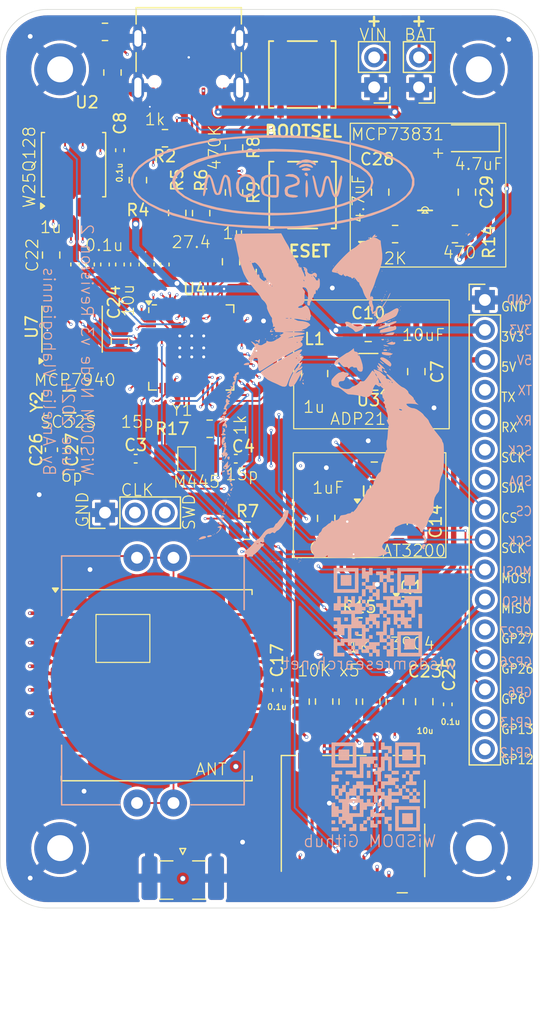
<source format=kicad_pcb>
(kicad_pcb (version 20240108) (generator "pcbnew") (generator_version "8.0")
  (layers (0 "F.Cu" signal) (1 "In1.Cu" signal) (2 "In2.Cu" signal) (31 "B.Cu" signal) (34 "B.Paste" user) (35 "F.Paste" user) (36 "B.SilkS" user "B.Silkscreen") (37 "F.SilkS" user "F.Silkscreen") (38 "B.Mask" user) (39 "F.Mask" user) (44 "Edge.Cuts" user))
  (net 0 "")
  (net 1 "Net-(U4-XIN)")
  (net 2 "GND")
  (net 3 "Net-(U4-XOUT)")
  (net 4 "1V1")
  (net 5 "BAT")
  (net 6 "3V3")
  (net 7 "Net-(U6-CNEG)")
  (net 8 "Net-(U6-CPOS)")
  (net 9 "5V")
  (net 10 "Net-(U7-X1)")
  (net 11 "Net-(U7-X2)")
  (net 12 "VIN")
  (net 13 "Net-(D2-K)")
  (net 14 "USB+")
  (net 16 "USB-")
  (net 17 "Net-(C4-Pad2)")
  (net 18 "Net-(J2-CC1_B)")
  (net 20 "MOSI")
  (net 21 "MISO")
  (net 22 "Net-(J3-DAT2)")
  (net 23 "SD_CS")
  (net 24 "SPI_SCK")
  (net 25 "SWDCLK")
  (net 26 "SWD")
  (net 27 "EXT_SW1")
  (net 28 "SPI_CS")
  (net 29 "UART_TX")
  (net 30 "GP27")
  (net 31 "I2C_SDA")
  (net 32 "EXT_SW2")
  (net 33 "I2C_SCK")
  (net 34 "5V_OUT")
  (net 35 "UART_RX")
  (net 36 "GP6")
  (net 37 "GP26")
  (net 38 "Net-(U3-SW)")
  (net 39 "Net-(Q1-B)")
  (net 40 "Net-(U8-PROG)")
  (net 41 "QSPI_CS")
  (net 42 "Net-(R2-Pad1)")
  (net 43 "/USB_+")
  (net 44 "/USB_-")
  (net 45 "5V_CTRL")
  (net 46 "Net-(U4-GPIO11)")
  (net 47 "Net-(U4-GPIO28_ADC2)")
  (net 48 "Net-(U8-STAT)")
  (net 49 "5V_SW")
  (net 50 "Net-(U4-RUN)")
  (net 51 "QSPI_CLK")
  (net 52 "QSPI_SD2")
  (net 53 "QSPI_SD1")
  (net 54 "QSPI_SD3")
  (net 55 "QSPI_SD0")
  (net 62 "RTC_MFP")
  (net 63 "RFM_CS")
  (net 66 "RFM_RST")
  (net 75 "Net-(BT1-+)")
  (net 76 "/ANT")
  (net 77 "Net-(J3-DAT1)")
  (net 78 "Net-(J2-CC1_A)")
  (footprint "mcp73831:SOT95P280X145-5N" (layer "F.Cu") (at 163.068 66.294 180)
    (property "Reference" "U8" (hide yes))
    (property "Value" "MCP73831T-2ACI_OT" (hide yes))
  )
  (footprint "Connector_PinHeader_2.54mm:PinHeader_1x02_P2.54mm_Vertical" (layer "F.Cu") (at 162.56 57.409 180)
    (property "Reference" "J5" (hide yes))
    (property "Value" "BAT" (hide yes))
  )
  (footprint "Resistor_SMD:R_0805_2012Metric_Pad1.20x1.40mm_HandSolder" (layer "F.Cu") (at 165.608 69.85 180)
    (property "Reference" "R14")
    (property "Value" "470" (hide yes))
  )
  (footprint "Capacitor_SMD:C_0402_1005Metric" (layer "F.Cu") (at 150.5 108.52 -90)
    (property "Reference" "C17")
    (property "Value" "0.1uF" (hide yes))
  )
  (footprint "Resistor_SMD:R_0805_2012Metric_Pad1.20x1.40mm_HandSolder" (layer "F.Cu") (at 140.986 61.722 180)
    (property "Reference" "R2")
    (property "Value" "1k" (hide yes))
  )
  (footprint "Resistor_SMD:R_0805_2012Metric_Pad1.20x1.40mm_HandSolder" (layer "F.Cu") (at 144.056 68.072 -90)
    (property "Reference" "R6")
    (property "Value" "27.4" (hide yes))
  )
  (footprint "Capacitor_SMD:C_0805_2012Metric_Pad1.18x1.45mm_HandSolder" (layer "F.Cu") (at 131.318 71.628 90)
    (property "Reference" "C22" (hide yes))
    (property "Value" "1u" (hide yes))
  )
  (footprint "Package_TO_SOT_SMD:TSOT-23-5" (layer "F.Cu") (at 158.2635 81.534 180)
    (property "Reference" "U3")
    (property "Value" "ADP2108AUJ-3.3" (hide yes))
  )
  (footprint "Capacitor_SMD:C_0402_1005Metric_Pad0.74x0.62mm_HandSolder" (layer "F.Cu") (at 148.374 72.9575 90)
    (property "Reference" "C6" (hide yes))
    (property "Value" "100n" (hide yes))
  )
  (footprint "Capacitor_SMD:C_0402_1005Metric_Pad0.74x0.62mm_HandSolder" (layer "F.Cu") (at 138.43 72.428 90)
    (property "Reference" "C18" (hide yes))
    (property "Value" "100n" (hide yes))
  )
  (footprint "Capacitor_SMD:C_0402_1005Metric_Pad0.74x0.62mm_HandSolder" (layer "F.Cu") (at 135.89 72.428 90)
    (property "Reference" "C15" (hide yes))
    (property "Value" "100n" (hide yes))
  )
  (footprint "Package_DFN_QFN:QFN-56-1EP_7x7mm_P0.4mm_EP3.2x3.2mm" (layer "F.Cu") (at 143.218 79.464)
    (property "Reference" "U4")
    (property "Value" "RP2040" (hide yes))
  )
  (footprint "Capacitor_SMD:C_0805_2012Metric_Pad1.18x1.45mm_HandSolder" (layer "F.Cu") (at 137.16 78.9075 -90)
    (property "Reference" "C24")
    (property "Value" "10u" (hide yes))
  )
  (footprint "Resistor_SMD:R_0805_2012Metric_Pad1.20x1.40mm_HandSolder" (layer "F.Cu") (at 156.5 109.5 -90)
    (property "Reference" "R12" (hide yes))
    (property "Value" "10K" (hide yes))
  )
  (footprint "Package_SO:SOIC-8_3.9x4.9mm_P1.27mm" (layer "F.Cu") (at 133.096 77.913 90)
    (property "Reference" "U7")
    (property "Value" "MCP7940N-xSN" (hide yes))
  )
  (footprint "MountingHole:MountingHole_2.2mm_M2_Pad" (layer "F.Cu") (at 132.08 121.92)
    (property "Reference" "H3" (hide yes))
    (property "Value" "MountingHole_Pad" (hide yes))
  )
  (footprint "Resistor_SMD:R_0805_2012Metric_Pad1.20x1.40mm_HandSolder" (layer "F.Cu") (at 152.5 109.5 -90)
    (property "Reference" "R10" (hide yes))
    (property "Value" "10K" (hide yes))
  )
  (footprint "Capacitor_SMD:C_0805_2012Metric_Pad1.18x1.45mm_HandSolder" (layer "F.Cu") (at 159.258 66.294 -90)
    (property "Reference" "C28")
    (property "Value" "4.7uF" (hide yes))
  )
  (footprint "Package_TO_SOT_SMD:SOT-23-6" (layer "F.Cu") (at 158.6175 94.168)
    (property "Reference" "U6")
    (property "Value" "CAT3200-5" (hide yes))
  )
  (footprint "Capacitor_SMD:C_0402_1005Metric_Pad0.74x0.62mm_HandSolder" (layer "F.Cu") (at 137.16 72.428 90)
    (property "Reference" "C16" (hide yes))
    (property "Value" "100n" (hide yes))
  )
  (footprint "Connector_PinHeader_2.54mm:PinHeader_1x02_P2.54mm_Vertical" (layer "F.Cu") (at 158.75 57.404 180)
    (property "Reference" "J4" (hide yes))
    (property "Value" "VIN" (hide yes))
  )
  (footprint "Resistor_SMD:R_0805_2012Metric_Pad1.20x1.40mm_HandSolder" (layer "F.Cu") (at 154.5 109.49 -90)
    (property "Reference" "R11" (hide yes))
    (property "Value" "10K" (hide yes))
  )
  (footprint "Resistor_SMD:R_0805_2012Metric_Pad1.20x1.40mm_HandSolder" (layer "F.Cu") (at 144.78 86.36 180)
    (property "Reference" "R17")
    (property "Value" "1k")
  )
  (footprint "MountingHole:MountingHole_2.2mm_M2_Pad" (layer "F.Cu") (at 132.08 55.88)
    (property "Reference" "H1" (hide yes))
    (property "Value" "MountingHole_Pad" (hide yes))
  )
  (footprint "Connector_Coaxial:SMA_Samtec_SMA-J-P-H-ST-EM1_EdgeMount" (layer "F.Cu") (at 142.494 124.714 -90)
    (property "Reference" "J1" (hide yes))
    (property "Value" "Conn_Coaxial" (hide yes))
  )
  (footprint "pts526:SMT_FS" (layer "F.Cu") (at 152.669483 66.541926 -90)
    (property "Reference" "U1" (hide yes))
    (property "Value" "RST" (hide yes))
  )
  (footprint "Resistor_SMD:R_0805_2012Metric_Pad1.20x1.40mm_HandSolder" (layer "F.Cu") (at 157.496 103.124)
    (property "Reference" "R15")
    (property "Value" "1K" (hide yes))
  )
  (footprint "Capacitor_SMD:C_0805_2012Metric_Pad1.18x1.45mm_HandSolder" (layer "F.Cu") (at 162.3275 81.5125 -90)
    (property "Reference" "C7")
    (property "Value" "10uF" (hide yes))
  )
  (footprint "MountingHole:MountingHole_2.2mm_M2_Pad" (layer "F.Cu") (at 167.64 121.92)
    (property "Reference" "H4" (hide yes))
    (property "Value" "MountingHole_Pad" (hide yes))
  )
  (footprint "MountingHole:MountingHole_2.2mm_M2_Pad" (layer "F.Cu") (at 167.64 55.88)
    (property "Reference" "H2" (hide yes))
    (property "Value" "MountingHole_Pad" (hide yes))
  )
  (footprint "Capacitor_SMD:C_0805_2012Metric_Pad1.18x1.45mm_HandSolder" (layer "F.Cu") (at 166.624 66.294 -90)
    (property "Reference" "C29")
    (property "Value" "4.7uF" (hide yes))
  )
  (footprint "Capacitor_SMD:C_0402_1005Metric_Pad0.74x0.62mm_HandSolder" (layer "F.Cu") (at 140.97 72.428 90)
    (property "Reference" "C21" (hide yes))
    (property "Value" "100n" (hide yes))
  )
  (footprint "Resistor_SMD:R_0805_2012Metric_Pad1.20x1.40mm_HandSolder" (layer "F.Cu") (at 148 95)
    (property "Reference" "R7")
    (property "Value" "10K")
  )
  (footprint "Connector_PinHeader_2.54mm:PinHeader_1x16_P2.54mm_Vertical" (layer "F.Cu") (at 168.148 75.438)
    (property "Reference" "J8" (hide yes))
    (property "Value" "Conn_01x16_Pin" (hide yes))
  )
  (footprint "Capacitor_SMD:C_0402_1005Metric_Pad0.74x0.62mm_HandSolder" (layer "F.Cu") (at 137.16 62.738 90)
    (property "Reference" "C8")
    (property "Value" "100n" (hide yes))
  )
  (footprint "Capacitor_SMD:C_0402_1005Metric_Pad0.74x0.62mm_HandSolder" (layer "F.Cu") (at 149.644 72.9575 90)
    (property "Reference" "C9" (hide yes))
    (property "Value" "100n" (hide yes))
  )
  (footprint "Capacitor_SMD:C_0603_1608Metric_Pad1.08x0.95mm_HandSolder" (layer "F.Cu") (at 131.3434 88.138 -90)
    (property "Reference" "C26")
    (property "Value" "6p" (hide yes))
  )
  (footprint "Capacitor_SMD:C_0805_2012Metric_Pad1.18x1.45mm_HandSolder" (layer "F.Cu") (at 154.675 93.9585 -90)
    (property "Reference" "C19")
    (property "Value" "1uF" (hide yes))
  )
  (footprint "LED_SMD:LED_1206_3216Metric_Pad1.42x1.75mm_HandSolder" (layer "F.Cu") (at 166.9145 61.722 180)
    (property "Reference" "D2" (hide yes))
    (property "Value" "LED" (hide yes))
  )
  (footprint "pts526:SMT_FS" (layer "F.Cu") (at 152.6458 56.31865 -90)
    (property "Reference" "U9" (hide yes))
    (property "Value" "BOOTSEL" (hide yes))
  )
  (footprint "Resistor_SMD:R_0805_2012Metric_Pad1.20x1.40mm_HandSolder" (layer "F.Cu") (at 135.89 52.705 180)
    (property "Reference" "R18" (hide yes))
    (property "Value" "5.1k" (hide yes))
  )
  (footprint "Resistor_SMD:R_0805_2012Metric_Pad1.20x1.40mm_HandSolder" (layer "F.Cu") (at 160.528 69.85)
    (property "Reference" "R1")
    (property "Value" "2K" (hide yes))
  )
  (footprint "Resistor_SMD:R_0805_2012Metric_Pad1.20x1.40mm_HandSolder" (layer "F.Cu") (at 146.85 66.316 -90)
    (property "Reference" "R9")
    (property "Value" "470K" (hide yes))
  )
  (footprint "Connector_Card:microSD_HC_Molex_104031-0811" (layer "F.Cu") (at 156.972 119.888 180)
    (property "Reference" "J3" (hide yes))
    (property "Value" "Micro_SD_Card" (hide yes))
  )
  (footprint "RF_Module:HOPERF_RFM9XW_SMD" (layer "F.Cu") (at 140.279 108.11)
    (property "Reference" "U5" (hide yes))
    (property "Value" "RFM69HCW" (hide yes))
  )
  (footprint "Resistor_SMD:R_0805_2012Metric_Pad1.20x1.40mm_HandSolder" (layer "F.Cu") (at 160.5 109.5 -90)
    (property "Reference" "R16" (hide yes))
    (property "Value" "10K" (hide yes))
  )
  (footprint "Capacitor_SMD:C_0805_2012Metric_Pad1.18x1.45mm_HandSolder" (layer "F.Cu") (at 163 109.5 -90)
    (property "Reference" "C23")
    (property "Value" "10u" (hide yes))
  )
  (footprint "Connector_PinHeader_2.54mm:PinHeader_1x03_P2.54mm_Vertical" (layer "F.Cu") (at 135.89 93.472 90)
    (property "Reference" "J7" (hide yes))
    (property "Value" "DBG")
  )
  (footprint "Capacitor_SMD:C_0805_2012Metric_Pad1.18x1.45mm_HandSolder" (layer "F.Cu") (at 158.7605 89.916 180)
    (property "Reference" "C12")
    (property "Value" "1uF" (hide yes))
  )
  (footprint "Capacitor_SMD:C_0805_2012Metric_Pad1.18x1.45mm_HandSolder" (layer "F.Cu") (at 146.596 72.1955 90)
    (property "Reference" "C5" (hide yes))
    (property "Value" "1u" (hide yes))
  )
  (footprint "Capacitor_SMD:C_0402_1005Metric_Pad0.74x0.62mm_HandSolder" (layer "F.Cu") (at 139.7 72.428 90)
    (property "Reference" "C20" (hide yes))
    (property "Value" "100n" (hide yes))
  )
  (footprint "Capacitor_SMD:C_0805_2012Metric_Pad1.18x1.45mm_HandSolder" (layer "F.Cu") (at 162.295 94.2125 -90)
    (property "Reference" "C14")
    (property "Value" "1uF")
  )
  (footprint "usbc:AMPHENOL_12402012E212A" (layer "F.Cu") (at 143.002 53.25 180)
    (property "Reference" "J2" (hide yes))
    (property "Value" "12402012E212A" (hide yes))
  )
  (footprint "Inductor_SMD:L_1008_2520Metric_Pad1.43x2.20mm_HandSolder" (layer "F.Cu") (at 153.6915 81.6805 90)
    (property "Reference" "L1")
    (property "Value" "1uH" (hide yes))
  )
  (footprint "Resistor_SMD:R_0805_2012Metric_Pad1.20x1.40mm_HandSolder" (layer "F.Cu") (at 136.525 56.15 90)
    (property "Reference" "R19" (hide yes))
    (property "Value" "5.1k" (hide yes))
  )
  (footprint "Capacitor_SMD:C_0402_1005Metric" (layer "F.Cu") (at 165 109.728 -90)
    (property "Reference" "C25")
    (property "Value" ".1u" (hide yes))
  )
  (footprint "Package_SO:SOIC-8_5.23x5.23mm_P1.27mm" (layer "F.Cu") (at 133.223 63.964 90)
    (property "Reference" "U2")
    (property "Value" "W25Q128JVS" (hide yes))
  )
  (footprint "Capacitor_SMD:C_0805_2012Metric_Pad1.18x1.45mm_HandSolder" (layer "F.Cu") (at 158.242 78.232)
    (property "Reference" "C10")
    (property "Value" "10uF" (hide yes))
  )
  (footprint "Capacitor_SMD:C_0603_1608Metric_Pad1.08x0.95mm_HandSolder" (layer "F.Cu") (at 134.3914 88.138 -90)
    (property "Reference" "C27")
    (property "Value" "6p" (hide yes))
  )
  (footprint "Capacitor_SMD:C_0402_1005Metric_Pad0.74x0.62mm_HandSolder" (layer "F.Cu") (at 133.35 72.428 90)
    (property "Reference" "C11" (hide yes))
    (property "Value" "100n" (hide yes))
  )
  (footprint "Package_TO_SOT_SMD:SOT-23-3" (layer "F.Cu") (at 161.9305 102.174)
    (property "Reference" "Q1")
    (property "Value" "2N3904" (hide yes))
  )
  (footprint "Resistor_SMD:R_0805_2012Metric_Pad1.20x1.40mm_HandSolder" (layer "F.Cu") (at 142.024 68.056 -90)
    (property "Reference" "R5")
    (property "Value" "27.4" (hide yes))
  )
  (footprint "Resistor_SMD:R_0805_2012Metric_Pad1.20x1.40mm_HandSolder" (layer "F.Cu") (at 158.5 109.5 -90)
    (property "Reference" "R3" (hide yes))
    (property "Value" "10K" (hide yes))
  )
  (footprint "custom:XTAL-445" (layer "F.Cu") (at 142.875 88.9)
    (property "Reference" "Y1" (hide yes))
    (property "Value" "445C35A12M00000" (hide yes))
  )
  (footprint "Capacitor_SMD:C_0402_1005Metric_Pad0.74x0.62mm_HandSolder" (layer "F.Cu") (at 147 88.9 180)
    (property "Reference" "C4")
    (property "Value" "15p" (hide yes))
  )
  (footprint "Capacitor_SMD:C_0402_1005Metric_Pad0.74x0.62mm_HandSolder" (layer "F.Cu") (at 138.499 88.9)
    (property "Reference" "C3")
    (property "Value" "15p" (hide yes))
  )
  (footprint "Resistor_SMD:R_0805_2012Metric_Pad1.20x1.40mm_HandSolder" (layer "F.Cu") (at 138.684 65.278 90)
    (property "Reference" "R4")
    (property "Value" "DNF" (hide yes))
  )
  (footprint "sc32s:XTAL_SC32S-7PF20PPM_EPS" (layer "F.Cu") (at 132.8674 84.074)
    (property "Reference" "Y2")
    (property "Value" "SC32S-7PF20PPM" (hide yes))
  )
  (footprint "Resistor_SMD:R_0805_2012Metric_Pad1.20x1.40mm_HandSolder" (layer "F.Cu") (at 146.85 62.506 -90)
    (property "Reference" "R8")
    (property "Value" "470K" (hide yes))
  )
  (footprint "Capacitor_SMD:C_0402_1005Metric_Pad0.74x0.62mm_HandSolder" (layer "F.Cu") (at 134.62 72.428 90)
    (property "Reference" "C13" (hide yes))
    (property "Value" "100n" (hide yes))
  )
  (footprint "logos:qrcode" (layer "B.Cu") (at 162.814 105.664 180)
    (property "Reference" "LOGO" (hide yes))
    (property "Value" "")
  )
  (footprint "logos:wisdom_logo_lineborder" (layer "B.Cu") (at 150.114 65.532 180)
    (property "Reference" "G***" (hide yes))
    (property "Value" "LOGO" (hide yes))
  )
  (footprint "custom:kirk" (layer "B.Cu") (at 154.305 84.455 180)
    (property "Reference" "G***" (hide yes))
    (property "Value" "LOGO" (hide yes))
  )
  (footprint "BAT-HLD-001:BAT_BAT-HLD-001-THM" (layer "B.Cu") (at 140.208 107.696 90)
    (property "Reference" "BT1" (hide yes))
    (property "Value" "Battery_Cell")
  )
  (footprint "logos:github_qr" (layer "B.Cu") (at 162.6315 120.4675 180)
    (property "Reference" "LOGO" (hide yes))
    (property "Value" "")
  )
  (gr_rect (start 156.718 60.452) (end 169.926 72.644) (stroke (width 0.1)) (fill none) (layer "F.SilkS"))
  (gr_line (start 163.068 67.8434) (end 163.322 68.072) (stroke (width 0.1)) (layer "F.SilkS"))
  (gr_rect (start 151.9135 75.438) (end 165.1215 86.36) (stroke (width 0.1)) (fill none) (layer "F.SilkS"))
  (gr_rect (start 135.128 102.108) (end 139.7 106.172) (stroke (width 0.1)) (fill none) (layer "F.SilkS"))
  (gr_line (start 163.322 68.072) (end 162.814 68.072) (stroke (width 0.1)) (layer "F.SilkS"))
  (gr_line (start 162.814 68.072) (end 163.068 67.8434) (stroke (width 0.1)) (layer "F.SilkS"))
  (gr_rect (start 151.881 88.392) (end 164.835 97.282) (stroke (width 0.1)) (fill none) (layer "F.SilkS"))
  (gr_line (start 127 123) (end 127 54.8) (stroke (width 0.05)) (layer "Edge.Cuts"))
  (gr_arc (start 131 127) (mid 128.171573 125.828427) (end 127 123) (stroke (width 0.05)) (layer "Edge.Cuts"))
  (gr_arc (start 168.72 50.8) (mid 171.548427 51.971573) (end 172.72 54.8) (stroke (width 0.05)) (layer "Edge.Cuts"))
  (gr_line (start 131 50.8) (end 168.72 50.8) (stroke (width 0.05)) (layer "Edge.Cuts"))
  (gr_arc (start 172.72 123) (mid 171.548427 125.828427) (end 168.72 127) (stroke (width 0.05)) (layer "Edge.Cuts"))
  (gr_line (start 172.72 54.8) (end 172.72 123) (stroke (width 0.05)) (layer "Edge.Cuts"))
  (gr_line (start 168.72 127) (end 131 127) (stroke (width 0.05)) (layer "Edge.Cuts"))
  (gr_arc (start 127 54.8) (mid 128.171573 51.971573) (end 131 50.8) (stroke (width 0.05)) (layer "Edge.Cuts"))
  (gr_text "WiSDOM Node v3 Revision 2\nJune 2024\nBy Amelia Vlahogiannis" (at 130.556 90.424 270) (layer "B.SilkS") (effects (font (size 1 1) (thickness 0.1)) (justify left bottom mirror)))
  (gr_text "GND\n\n3V3\n\n5V\n\nTX\n\nRX\n\nSCK\n\nSDA\n\nCS\n\nSCK\n\nMOSI\n\nMISO\n\nGP27\n\nGP26\n\nGP6\n\nGP13\n\nGP12" (at 172.212 114.3 -0) (layer "B.SilkS") (effects (font (size 0.795 0.7) (thickness 0.1)) (justify left bottom mirror)))
  (gr_text "WiSDOM Github" (at 164.084 121.92 -0) (layer "B.SilkS") (effects (font (size 1 1) (thickness 0.1)) (justify left bottom mirror)))
  (gr_text "wisdomresearch.net" (at 165.7905 106.8625 0) (layer "B.SilkS") (effects (font (size 1 1) (thickness 0.1)) (justify left bottom mirror)))
  (gr_text "W25Q128" (at 130.048 67.7115 90) (layer "F.SilkS") (effects (font (size 1 1) (thickness 0.1)) (justify left bottom)))
  (gr_text "27.4" (at 141.478 71.12 0) (layer "F.SilkS") (effects (font (size 1 1) (thickness 0.1)) (justify left bottom)))
  (gr_text "10uF" (at 161.036 78.994 0) (layer "F.SilkS") (effects (font (size 1 1) (thickness 0.1)) (justify left bottom)))
  (gr_text "0.1u" (at 134.112 71.374 0) (layer "F.SilkS") (effects (font (size 1 1) (thickness 0.1)) (justify left bottom)))
  (gr_text "15p" (at 146.05 90.805 0) (layer "F.SilkS") (effects (font (size 1 1) (thickness 0.1)) (justify left bottom)))
  (gr_text "GND\n\n3V3\n\n5V\n\nTX\n\nRX\n\nSCK\n\nSDA\n\nCS\n\nSCK\n\nMOSI\n\nMISO\n\nGP27\n\nGP26\n\nGP6\n\nGP13\n\nGP12" (at 169.478 114.868 0) (layer "F.SilkS") (effects (font (size 0.795 0.7) (thickness 0.1)) (justify left bottom)))
  (gr_text "6p" (at 132.08 90.932 0) (layer "F.SilkS") (effects (font (size 1 1) (thickness 0.1)) (justify left bottom)))
  (gr_text "RESET" (at 150.368 71.882 0) (layer "F.SilkS") (effects (font (size 1 1) (thickness 0.2) (bold yes)) (justify left bottom)))
  (gr_text "C22" (at 130.302 73.152 90) (layer "F.SilkS") (effects (font (size 1 1) (thickness 0.1)) (justify left bottom)))
  (gr_text "M445" (at 141.605 91.44 0) (layer "F.SilkS") (effects (font (size 1 1) (thickness 0.1)) (justify left bottom)))
  (gr_text "0.1u" (at 148.336 71.628 0) (layer "F.SilkS") (effects (font (size 0.5 0.5) (thickness 0.1)) (justify left bottom)))
  (gr_text "0.1u" (at 149.606 110.236 0) (layer "F.SilkS") (effects (font (size 0.5 0.5) (thickness 0.1)) (justify left bottom)))
  (gr_text "470" (at 164.5 72 0) (layer "F.SilkS") (effects (font (size 1 1) (thickness 0.1)) (justify left bottom)))
  (gr_text "ANT" (at 143.51 115.824 0) (layer "F.SilkS") (effects (font (size 1 1) (thickness 0.1)) (justify left bottom)))
  (gr_text "1u" (at 152.654 85.09 0) (layer "F.SilkS") (effects (font (size 1 1) (thickness 0.1)) (justify left bottom)))
  (gr_text "2K" (at 159.5 72.5 0) (layer "F.SilkS") (effects (font (size 1 1) (thickness 0.1)) (justify left bottom)))
  (gr_text "1uF" (at 160.782 91.948 0) (layer "F.SilkS") (effects (font (size 1 1) (thickness 0.1)) (justify left bottom)))
  (gr_text "10u" (at 162.306 112.268 0) (layer "F.SilkS") (effects (font (size 0.5 0.5) (thickness 0.1)) (justify left bottom)))
  (gr_text "3904" (at 160.02 105.156 0) (layer "F.SilkS") (effects (font (size 1 1) (thickness 0.1)) (justify left bottom)))
  (gr_text "15p" (at 137.16 86.36 0) (layer "F.SilkS") (effects (font (size 1 1) (thickness 0.1)) (justify left bottom)))
  (gr_text "x5" (at 155.702 107.442 0) (layer "F.SilkS") (effects (font (size 1 1) (thickness 0.1)) (justify left bottom)))
  (gr_text "1uF" (at 153.416 91.948 0) (layer "F.SilkS") (effects (font (size 1 1) (thickness 0.1)) (justify left bottom)))
  (gr_text "10K" (at 152.146 107.442 0) (layer "F.SilkS") (effects (font (size 1 1) (thickness 0.1)) (justify left bottom)))
  (gr_text "0.1u" (at 137.414 65.532 90) (layer "F.SilkS") (effects (font (size 0.5 0.5) (thickness 0.1)) (justify left bottom)))
  (gr_text "+" (at 157.988 52.324 0) (layer "F.SilkS") (effects (font (size 1 1) (thickness 0.2) (bold yes)) (justify left bottom)))
  (gr_text "Y1" (at 141.478 85.344 0) (layer "F.SilkS") (effects (font (size 1 1) (thickness 0.1)) (justify left bottom)))
  (gr_text "4.7uF" (at 158 69 90) (layer "F.SilkS") (effects (font (size 1 1) (thickness 0.1)) (justify left bottom)))
  (gr_text "+" (at 163.5 63.5 0) (layer "F.SilkS") (effects (font (size 1 1) (thickness 0.1)) (justify left bottom)))
  (gr_text "SWD" (at 143.614529 95.029578 90) (layer "F.SilkS") (effects (font (size 1 1) (thickness 0.1)) (justify left bottom)))
  (gr_text "BAT" (at 161.23 53.539 0) (layer "F.SilkS") (effects (font (size 1 1) (thickness 0.1)) (justify left bottom)))
  (gr_text "MCP73831" (at 156.718 61.976 0) (layer "F.SilkS") (effects (font (size 1 1) (thickness 0.1)) (justify left bottom)))
  (gr_text "VIN" (at 157.42 53.534 0) (layer "F.SilkS") (effects (font (size 1 1) (thickness 0.1)) (justify left bottom)))
  (gr_text "CAT3200" (at 158.358 97.282 0) (layer "F.SilkS") (effects (font (size 1 1) (thickness 0.1)) (justify left bottom)))
  (gr_text "1K" (at 156.464 105.41 0) (layer "F.SilkS") (effects (font (size 1 1) (thickness 0.1)) (justify left bottom)))
  (gr_text "1u" (at 145.796 70.358 0) (layer "F.SilkS") (effects (font (size 1 1) (thickness 0.1)) (justify left bottom)))
  (gr_text "470K" (at 145.796 64.516 90) (layer "F.SilkS") (effects (font (size 1 1) (thickness 0.1)) (justify left bottom)))
  (gr_text "+" (at 161.798 52.324 0) (layer "F.SilkS") (effects (font (size 1 1) (thickness 0.2) (bold yes)) (justify left bottom)))
  (gr_text "GND" (at 134.56 94.802 90) (layer "F.SilkS") (effects (font (size 1 1) (thickness 0.1)) (justify left bottom)))
  (gr_text "SC32S" (at 130.302 86.36 0) (layer "F.SilkS") (effects (font (size 1 1) (thickness 0.1)) (justify left bottom)))
  (gr_text "1u" (at 130.302 69.85 0) (layer "F.SilkS") (effects (font (size 1 1) (thickness 0.1)) (justify left bottom)))
  (gr_text "10u" (at 138.43 76.962 90) (layer "F.SilkS") (effects (font (size 1 1) (thickness 0.1)) (justify left bottom)))
  (gr_text "0.1u" (at 164.338 111.506 0) (layer "F.SilkS") (effects (font (size 0.5 0.5) (thickness 0.1)) (justify left bottom)))
  (gr_text "4.7uF" (at 165.5 64.5 0) (layer "F.SilkS") (effects (font (size 1 1) (thickness 0.1)) (justify left bottom)))
  (gr_text "1k" (at 139.192 60.706 0) (layer "F.SilkS") (effects (font (size 1 1) (thickness 0.1)) (justify left bottom)))
  (gr_text "MCP7940" (at 129.794 82.804 0) (layer "F.SilkS") (effects (font (size 1 1) (thickness 0.1)) (justify left bottom)))
  (gr_text "ADP2108" (at 154.94 86.106 0) (layer "F.SilkS") (effects (font (size 1 1) (thickness 0.1)) (justify left bottom)))
  (gr_text "CLK" (at 137.16 92.142 0) (layer "F.SilkS") (effects (font (size 1 1) (thickness 0.1)) (justify left bottom)))
  (gr_text "BOOTSEL" (at 149.352 61.722 0) (layer "F.SilkS") (effects (font (size 1 1) (thickness 0.2) (bold yes)) (justify left bottom)))
  (gr_text "1k" (at 147.955 86.995 90) (layer "F.SilkS") (effects (font (size 1 1) (thickness 0.1)) (justify left bottom)))
  (segment (start 139.0665 88.9) (end 140.975 88.9) (width 0.2) (layer "F.Cu") (net 1))
  (segment (start 142.618 84.7945) (end 140.975 86.4375) (width 0.1524) (layer "F.Cu") (net 1))
  (segment (start 142.618 82.9015) (end 142.618 84.7945) (width 0.1524) (layer "F.Cu") (net 1))
  (segment (start 140.975 86.4375) (end 140.975 88.9) (width 0.1524) (layer "F.Cu") (net 1))
  (segment (start 138.216 57.896) (end 138.682 57.43) (width 0.6096) (layer "F.Cu") (net 2))
  (segment (start 142 84.5) (end 142.218 84.282) (width 0.1524) (layer "F.Cu") (net 2))
  (segment (start 142.218 84.282) (end 142.218 82.9015) (width 0.1524) (layer "F.Cu") (net 2))
  (via (at 143.002 54.864) (size 0.3048) (drill 0.2032) (layers "F.Cu" "B.Cu") (net 2))
  (via (at 142.24 80.264) (size 0.4064) (drill 0.254) (layers "F.Cu" "B.Cu") (net 2))
  (via (at 144.272 78.486) (size 0.4064) (drill 0.254) (layers "F.Cu" "B.Cu") (net 2))
  (via (at 136 82) (size 0.25) (drill 0.15) (layers "F.Cu" "B.Cu") (net 2))
  (via (at 159.004 99.568) (size 0.508) (drill 0.4064) (layers "F.Cu" "B.Cu") (net 2))
  (via (at 144.272 79.502) (size 0.4064) (drill 0.254) (layers "F.Cu" "B.Cu") (net 2))
  (via (at 129.54 124.46) (size 0.508) (drill 0.4064) (layers "F.Cu" "B.Cu") (net 2))
  (via (at 144.272 80.264) (size 0.4064) (drill 0.254) (layers "F.Cu" "B.Cu") (net 2))
  (via (at 134.62 98.298) (size 0.508) (drill 0.4064) (layers "F.Cu" "B.Cu") (net 2))
  (via (at 142.24 79.502) (size 0.4064) (drill 0.254) (layers "F.Cu" "B.Cu") (net 2))
  (via (at 149.352 77.216) (size 0.508) (drill 0.4064) (layers "F.Cu" "B.Cu") (net 2))
  (via (at 134.112 117.094) (size 0.508) (drill 0.4064) (layers "F.Cu" "B.Cu") (net 2))
  (via (at 170.18 124.46) (size 0.508) (drill 0.4064) (layers "F.Cu" "B.Cu") (net 2))
  (via (at 143.256 80.264) (size 0.4064) (drill 0.254) (layers "F.Cu" "B.Cu") (net 2))
  (via (at 158.242 87.376) (size 0.508) (drill 0.4064) (layers "F.Cu" "B.Cu") (net 2))
  (via (at 129.54 53.086) (size 0.508) (drill 0.4064) (layers "F.Cu" "B.Cu") (net 2))
  (via (at 143.256 78.486) (size 0.4064) (drill 0.254) (layers "F.Cu" "B.Cu") (net 2))
  (via (at 139.7 59.055) (size 0.25) (drill 0.15) (layers "F.Cu" "B.Cu") (net 2))
  (via (at 142 84.5) (size 0.25) (drill 0.15) (layers "F.Cu" "B.Cu") (net 2))
  (via (at 143.256 79.502) (size 0.4064) (drill 0.254) (layers "F.Cu" "B.Cu") (net 2))
  (via (at 142.24 78.486) (size 0.4064) (drill 0.254) (layers "F.Cu" "B.Cu") (net 2))
  (via (at 154.686 89.662) (size 0.508) (drill 0.4064) (layers "F.Cu" "B.Cu") (net 2))
  (via (at 155.194 74.422) (size 0.508) (drill 0.4064) (layers "F.Cu" "B.Cu") (net 2))
  (via (at 131 78) (size 0.25) (drill 0.15) (layers "F.Cu" "B.Cu") (net 2))
  (via (at 147.574 121.412) (size 0.508) (drill 0.4064) (layers "F.Cu" "B.Cu") (net 2))
  (via (at 163.83 84.582) (size 0.508) (drill 0.4064) (layers "F.Cu" "B.Cu") (net 2))
  (via (at 156.464 94.234) (size 0.3048) (drill 0.2032) (layers "F.Cu" "B.Cu") (net 2))
  (via (at 130.302 91.948) (size 0.508) (drill 0.4064) (layers "F.Cu" "B.Cu") (net 2))
  (via (at 154.94 118.11) (size 0.508) (drill 0.4064) (layers "F.Cu" "B.Cu") (net 2))
  (via (at 170.18 53.34) (size 0.508) (drill 0.4064) (layers "F.Cu" "B.Cu") (net 2))
  (segment (start 147.322 57.43) (end 147.0906 57.6614) (width 0.3048) (layer "B.Cu") (net 2))
  (segment (start 138.9134 57.6614) (end 138.682 57.43) (width 0.3048) (layer "B.Cu") (net 2))
  (segment (start 143.018 84.7775) (end 143.78 85.5395) (width 0.1524) (layer "F.Cu") (net 3))
  (segment (start 143.018 82.9015) (end 143.018 84.7775) (width 0.1524) (layer "F.Cu") (net 3))
  (segment (start 143.78 85.5395) (end 143.78 86.36) (width 0.1524) (layer "F.Cu") (net 3))
  (segment (start 146.888 73.525) (end 146.596 73.233) (width 0.3556) (layer "F.Cu") (net 4))
  (segment (start 148.374 73.525) (end 146.888 73.525) (width 0.3556) (layer "F.Cu") (net 4))
  (segment (start 145.018 74.811) (end 146.596 73.233) (width 0.1524) (layer "F.Cu") (net 4))
  (segment (start 144.544704 77) (end 143.491296 77) (width 0.1524) (layer "F.Cu") (net 4))
  (segment (start 143.491296 77) (end 143.018 76.526704) (width 0.1524) (layer "F.Cu") (net 4))
  (segment (start 144.219296 82) (end 143.818 82.401296) (width 0.1524) (layer "F.Cu") (net 4))
  (segment (start 145 82) (end 144.219296 82) (width 0.1524) (layer "F.Cu") (net 4))
  (segment (start 145.018 76.0265) (end 145.018 76.526704) (width 0.1524) (layer "F.Cu") (net 4))
  (segment (start 145.018 76.526704) (end 144.544704 77) (width 0.1524) (layer "F.Cu") (net 4))
  (segment (start 143.818 82.401296) (end 143.818 82.9015) (width 0.1524) (layer "F.Cu") (net 4))
  (segment (start 143.018 76.526704) (end 143.018 76.0265) (width 0.1524) (layer "F.Cu") (net 4))
  (segment (start 149.644 73.525) (end 148.374 73.525) (width 0.3556) (layer "F.Cu") (net 4))
  (segment (start 145.018 76.0265) (end 145.018 74.811) (width 0.1524) (layer "F.Cu") (net 4))
  (via (at 145 82) (size 0.25) (drill 0.15) (layers "F.Cu" "B.Cu") (net 4))
  (via (at 144.5 77) (size 0.25) (drill 0.15) (layers "F.Cu" "B.Cu") (net 4))
  (segment (start 159.092501 94.168) (end 159.755 94.168) (width 0.508) (layer "F.Cu") (net 5))
  (segment (start 159.401 80.584) (end 162.2185 80.584) (width 0.508) (layer "F.Cu") (net 5))
  (segment (start 167 63.5) (end 167 64.8805) (width 0.6096) (layer "F.Cu") (net 5))
  (segment (start 168.5 65) (end 167 63.5) (width 0.508) (layer "F.Cu") (net 5))
  (segment (start 160.5175 82.029999) (end 160.5175 80.9925) (width 0.508) (layer "F.Cu") (net 5))
  (segment (start 167 64.8805) (end 166.624 65.2565) (width 0.6096) (layer "F.Cu") (net 5))
  (segment (start 149 52.5) (end 150 51.5) (width 0.254) (layer "F.Cu") (net 5))
  (segment (start 167 60) (end 167 63.5) (width 0.6096) (layer "F.Cu") (net 5))
  (segment (start 166.5263 65.3542) (end 166.624 65.2565) (width 0.6096) (layer "F.Cu") (net 5))
  (segment (start 162.56 54.869) (end 163.869 54.869) (width 0.6096) (layer "F.Cu") (net 5))
  (segment (start 168.5 71) (end 168.5 65) (width 0.508) (layer "F.Cu") (net 5))
  (segment (start 160.5 51.5) (end 162.56 53.56) (width 0.254) (layer "F.Cu") (net 5))
  (segment (start 160.5175 80.9925) (end 160.109 80.584) (width 0.508) (layer "F.Cu") (net 5))
  (segment (start 164.5 57.5) (end 167 60) (width 0.6096) (layer "F.Cu") (net 5))
  (segment (start 164.3634 65.3542) (end 166.5263 65.3542) (width 0.6096) (layer "F.Cu") (net 5))
  (segment (start 162.3275 77.1725) (end 168.5 71) (width 0.508) (layer "F.Cu") (net 5))
  (segment (start 158.5965 92.4035) (end 158.5965 93.671999) (width 0.508) (layer "F.Cu") (net 5))
  (segment (start 150 51.5) (end 160.5 51.5) (width 0.254) (layer "F.Cu") (net 5))
  (segment (start 162.56 53.56) (end 162.56 54.869) (width 0.254) (layer "F.Cu") (net 5))
  (segment (start 159.798 89.916) (end 159.798 91.202) (width 0.508) (layer "F.Cu") (net 5))
  (segment (start 160.063499 82.484) (end 160.5175 82.029999) (width 0.508) (layer "F.Cu") (net 5))
  (segment (start 160.5 87.5) (end 159.798 88.202) (width 0.508) (layer "F.Cu") (net 5))
  (segment (start 159.798 91.202) (end 158.5965 92.4035) (width 0.508) (layer "F.Cu") (net 5))
  (segment (start 160.109 80.584) (end 159.401 80.584) (width 0.508) (layer "F.Cu") (net 5))
  (segment (start 159.401 82.484) (end 160.063499 82.484) (width 0.508) (layer "F.Cu") (net 5))
  (segment (start 160.5 82.047499) (end 160.5 87.5) (width 0.508) (layer "F.Cu") (net 5))
  (segment (start 162.2185 80.584) (end 162.3275 80.475) (width 0.508) (layer "F.Cu") (net 5))
  (segment (start 162.3275 80.475) (end 162.3275 77.1725) (width 0.508) (layer "F.Cu") (net 5))
  (segment (start 146.85 61.506) (end 149 59.356) (width 0.254) (layer "F.Cu") (net 5))
  (segment (start 149 59.356) (end 149 52.5) (width 0.254) (layer "F.Cu") (net 5))
  (segment (start 163.869 54.869) (end 164.5 55.5) (width 0.6096) (layer "F.Cu") (net 5))
  (segment (start 159.798 88.202) (end 159.798 89.916) (width 0.508) (layer "F.Cu") (net 5))
  (segment (start 164.5 55.5) (end 164.5 57.5) (width 0.6096) (layer "F.Cu") (net 5))
  (segment (start 158.5965 93.671999) (end 159.092501 94.168) (width 0.508) (layer "F.Cu") (net 5))
  (segment (start 160.5175 82.029999) (end 160.5 82.047499) (width 0.508) (layer "F.Cu") (net 5))
  (segment (start 154.5 108.49) (end 156.49 108.49) (width 0.508) (layer "F.Cu") (net 6))
  (segment (start 136.4976 59.5024) (end 136.5 59.5) (width 0.3048) (layer "F.Cu") (net 6))
  (segment (start 140.97 72.9955) (end 139.7 72.9955) (width 0.3048) (layer "F.Cu") (net 6))
  (segment (start 143.418 76.0265) (end 143.418 74.418) (width 0.1524) (layer "F.Cu") (net 6))
  (segment (start 156.777 125.338) (end 156.777 120.723) (width 0.254) (layer "F.Cu") (net 6))
  (segment (start 139.4745 74.0255) (end 137.16 76.34) (width 0.6096) (layer "F.Cu") (net 6))
  (segment (start 135.89 72.9955) (end 134.62 72.9955) (width 0.3048) (layer "F.Cu") (net 6))
  (segment (start 160.5 108.5) (end 161.717691 108.5) (width 0.508) (layer "F.Cu") (net 6))
  (segment (start 131.318 72.6655) (end 132.1655 72.6655) (width 0.3048) (layer "F.Cu") (net 6))
  (segment (start 132.1655 72.6655) (end 132.5 73) (width 0.3048) (layer "F.Cu") (net 6))
  (segment (start 145.818 76.0265) (end 145.818 74.682) (width 0.1524) (layer "F.Cu") (net 6))
  (segment (start 145.5 77) (end 145.5 80) (width 0.1524) (layer "F.Cu") (net 6))
  (segment (start 144.5 81.5) (end 144 81.5) (width 0.1524) (layer "F.Cu") (net 6))
  (segment (start 153.6915 80.518) (end 151.982 80.518) (width 0.508) (layer "F.Cu") (net 6))
  (segment (start 141.231108 81.231108) (end 141.5 81.5) (width 0.1524) (layer "F.Cu") (net 6))
  (segment (start 158.5 108.5) (end 160.5 108.5) (width 0.508) (layer "F.Cu") (net 6))
  (segment (start 155.732 78.232) (end 155.5 78) (width 0.6096) (layer "F.Cu") (net 6))
  (segment (start 141.5 81.5) (end 144.5 81.5) (width 0.1524) (layer "F.Cu") (net 6))
  (segment (start 156.49 108.49) (end 156.5 108.5) (width 0.508) (layer "F.Cu") (net 6))
  (segment (start 152.5 108.5) (end 154.49 108.5) (width 0.508) (layer "F.Cu") (net 6))
  (segment (start 140.280704 76.864) (end 141.231108 77.814404) (width 0.1524) (layer "F.Cu") (net 6))
  (segment (start 145.418 76.0265) (end 145.418 75.082) (width 0.1524) (layer "F.Cu") (net 6))
  (segment (start 137.778 66.278) (end 137.16 65.66) (width 0.3048) (layer "F.Cu") (net 6))
  (segment (start 161.717691 115.782309) (end 161.717691 108.5) (width 0.254) (layer "F.Cu") (net 6))
  (segment (start 152.04 108.04) (end 152.5 108.5) (width 0.508) (layer "F.Cu") (net 6))
  (segment (start 136 59) (end 131.882001 59) (width 0.3048) (layer "F.Cu") (net 6))
  (segment (start 136.4976 62.6431) (end 136.4976 59.5024) (width 0.3048) (layer "F.Cu") (net 6))
  (segment (start 136.5 59.5) (end 136 59) (width 0.3048) (layer "F.Cu") (net 6))
  (segment (start 161.717691 108.5) (end 162.9625 108.5) (width 0.508) (layer "F.Cu") (net 6))
  (segment (start 131.318 59.564001) (end 131.318 60.364) (width 0.3048) (layer "F.Cu") (net 6))
  (segment (start 154.49 108.5) (end 154.5 108.49) (width 0.508) (layer "F.Cu") (net 6))
  (segment (start 157.2045 78.232) (end 155.732 78.232) (width 0.6096) (layer "F.Cu") (net 6))
  (segment (start 145.636 76.864) (end 145.5 77) (width 0.1524) (layer "F.Cu") (net 6))
  (segment (start 138.5 66.462) (end 138.684 66.278) (width 0.6096) (layer "F.Cu") (net 6))
  (segment (start 133.35 72.9955) (end 134.62 72.9955) (width 0.3048) (layer "F.Cu") (net 6))
  (segment (start 142 74.0255) (end 139.4745 74.0255) (width 0.6096) (layer "F.Cu") (net 6))
  (segment (start 151.5 105.18) (end 149.57 107.11) (width 0.508) (layer "F.Cu") (net 6))
  (segment (start 145.418 76.0265) (end 145.818 76.0265) (width 0.1524) (layer "F.Cu") (net 6))
  (segment (start 138.684 66.278) (end 137.778 66.278) (width 0.3048) (layer "F.Cu") (net 6))
  (segment (start 157.126 80.584) (end 153.7575 80.584) (width 0.508) (layer "F.Cu") (net 6))
  (segment (start 145.5 80) (end 145.964 80.464) (width 0.1524) (layer "F.Cu") (net 6))
  (segment (start 147.804 107.11) (end 149.57 107.11) (width 0.508) (layer "F.Cu") (net 6))
  (segment (start 131.191 75.438) (end 131.191 72.7925) (width 0.3048) (layer "F.Cu") (net 6))
  (segment (start 143.418 82.082) (end 143.418 82.9015) (width 0.1524) (layer "F.Cu") (net 6))
  (segment (start 138.5 69) (end 138.5 66.462) (width 0.6096) (layer "F.Cu") (net 6))
  (segment (start 139.7805 76.864) (end 140.280704 76.864) (width 0.1524) (layer "F.Cu") (net 6))
  (segment (start 141.9955 72.9955) (end 140.97 72.9955) (width 0.1524) (layer "F.Cu") (net 6))
  (segment (start 146.6555 76.864) (end 145.636 76.864) (width 0.1524) (layer "F.Cu") (net 6))
  (segment (start 151.5 81) (end 151.5 105.18) (width 0.508) (layer "F.Cu") (net 6))
  (segment (start 164.2145 108.4625) (end 165 109.248) (width 0.508) (layer "F.Cu") (net 6))
  (segment (start 137.16 63.3055) (end 136.4976 62.6431) (width 0.3048) (layer "F.Cu") (net 6))
  (segment (start 143.818 74.818) (end 143.818 76.0265) (width 0.1524) (layer "F.Cu") (net 6))
  (segment (start 132.5 73) (end 132.5045 72.9955) (width 0.3048) (layer "F.Cu") (net 6))
  (segment (start 141.231108 77.814404) (end 141.231108 81.231108) (width 0.1524) (layer "F.Cu") (net 6))
  (segment (start 142 74.0255) (end 140.97 72.9955) (width 0.6096) (layer "F.Cu") (net 6))
  (segment (start 157.2045 78.232) (end 157.2045 80.5055) (width 0.508) (layer "F.Cu") (net 6))
  (segment (start 150.5 108.04) (end 152.04 108.04) (width 0.508) (layer "F.Cu") (net 6))
  (segment (start 132.5045 72.9955) (end 133.35 72.9955) (width 0.3048) (layer "F.Cu") (net 6))
  (segment (start 144 81.5) (end 143.418 82.082) (width 0.1524) (layer "F.Cu") (net 6))
  (segment (start 139.7 72.9955) (end 138.43 72.9955) (width 0.3048) (layer "F.Cu") (net 6))
  (segment (start 131.882001 59) (end 131.318 59.564001) (width 0.3048) (layer "F.Cu") (net 6))
  (segment (start 145.418 75.082) (end 145.818 74.682) (width 0.1524) (layer "F.Cu") (net 6))
  (segment (start 131.191 72.7925) (end 131.318 72.6655) (width 0.3048) (layer "F.Cu") (net 6))
  (segment (start 143.818 74.818) (end 143.5 74.5) (width 0.1524) (layer "F.Cu") (net 6))
  (segment (start 139.7805 80.464) (end 140.464 80.464) (width 0.1524) (layer "F.Cu") (net 6))
  (segment (start 140.464 80.464) (end 141.5 81.5) (width 0.1524) (layer "F.Cu") (net 6))
  (segment (start 156.777 120.723) (end 161.717691 115.782309) (width 0.254) (layer "F.Cu") (net 6))
  (segment (start 149.57 107.11) (end 150.5 108.04) (width 0.508) (layer "F.Cu") (net 6))
  (segment (start 145.5 81) (end 145.5 80) (width 0.1524) (layer "F.Cu") (net 6))
  (segment (start 138.43 72.9955) (end 137.16 72.9955) (width 0.3048) (layer "F.Cu") (net 6))
  (segment (start 137.16 72.9955) (end 135.89 72.9955) (width 0.3048) (layer "F.Cu") (net 6))
  (segment (start 145.818 76.0265) (end 146.6555 76.864) (width 0.1524) (layer "F.Cu") (net 6))
  (segment (start 162.9625 108.5) (end 163 108.4625) (width 0.508) (layer "F.Cu") (net 6))
  (segment (start 145.818 74.682) (end 146 74.5) (width 0.1524) (layer "F.Cu") (net 6))
  (segment (start 145.964 80.464) (end 146.6555 80.464) (width 0.1524) (layer "F.Cu") (net 6))
  (segment (start 163 108.4625) (end 164.2145 108.4625) (width 0.508) (layer "F.Cu") (net 6))
  (segment (start 144.5 81.5) (end 145 81.5) (width 0.1524) (layer "F.Cu") (net 6))
  (segment (start 137.16 65.66) (end 137.16 63.3055) (width 0.3048) (layer "F.Cu") (net 6))
  (segment (start 157.2045 80.5055) (end 157.126 80.584) (width 0.508) (layer "F.Cu") (net 6))
  (segment (start 137.16 76.34) (end 137.16 77.87) (width 0.6096) (layer "F.Cu") (net 6))
  (segment (start 153.7575 80.584) (end 153.6915 80.518) (width 0.508) (layer "F.Cu") (net 6))
  (segment (start 151.982 80.518) (end 151.5 81) (width 0.508) (layer "F.Cu") (net 6))
  (segment (start 145 81.5) (end 145.5 81) (width 0.1524) (layer "F.Cu") (net 6))
  (segment (start 143.418 74.418) (end 141.9955 72.9955) (width 0.1524) (layer "F.Cu") (net 6))
  (segment (start 156.5 108.5) (end 158.5 108.5) (width 0.508) (layer "F.Cu") (net 6))
  (via (at 146 74.5) (size 0.3048) (drill 0.2032) (layers "F.Cu" "B.Cu") (net 6))
  (via (at 142 74.0255) (size 0.508) (drill 0.4064) (layers "F.Cu" "B.Cu") (net 6))
  (via (at 138.5 69) (size 0.508) (drill 0.4064) (layers "F.Cu" "B.Cu") (net 6))
  (via (at 155.5 78) (size 0.508) (drill 0.4064) (layers "F.Cu" "B.Cu") (net 6))
  (segment (start 141.5255 74.0255) (end 138.5 71) (width 0.6096) (layer "B.Cu") (net 6))
  (segment (start 138.5 71) (end 138.5 69) (width 0.6096) (layer "B.Cu") (net 6))
  (segment (start 142 74.0255) (end 141.5255 74.0255) (width 0.6096) (layer "B.Cu") (net 6))
  (segment (start 142 74.0255) (end 142.4745 74.5) (width 0.6096) (layer "B.Cu") (net 6))
  (segment (start 155.5 78) (end 156 78) (width 0.6096) (layer "B.Cu") (net 6))
  (segment (start 156 78) (end 156.022 77.978) (width 0.6096) (layer "B.Cu") (net 6))
  (segment (start 152 74.5) (end 155.5 78) (width 0.6096) (layer "B.Cu") (net 6))
  (segment (start 156.022 77.978) (end 168.148 77.978) (width 0.6096) (layer "B.Cu") (net 6))
  (segment (start 142.4745 74.5) (end 146 74.5) (width 0.6096) (layer "B.Cu") (net 6))
  (segment (start 146 74.5) (end 152 74.5) (width 0.6096) (layer "B.Cu") (net 6))
  (segment (start 159.755 95.118) (end 162.163 95.118) (width 0.508) (layer "F.Cu") (net 7))
  (segment (start 162.163 95.118) (end 162.295 95.25) (width 0.508) (layer "F.Cu") (net 7))
  (segment (start 162.252 93.218) (end 162.295 93.175) (width 0.508) (layer "F.Cu") (net 8))
  (segment (start 159.755 93.218) (end 162.252 93.218) (width 0.508) (layer "F.Cu") (net 8))
  (segment (start 157.48 93.218) (end 156 93.218) (width 0.508) (layer "F.Cu") (net 9))
  (segment (start 155.956 93.262) (end 156 93.218) (width 0.3048) (layer "F.Cu") (net 9))
  (segment (start 159.674 102.174) (end 155.956 98.456) (width 0.3048) (layer "F.Cu") (net 9))
  (segment (start 154.972 93.218) (end 154.675 92.921) (width 0.508) (layer "F.Cu") (net 9))
  (segment (start 155.956 98.456) (end 155.956 93.262) (width 0.3048) (layer "F.Cu") (net 9))
  (segment (start 156 93.218) (end 154.972 93.218) (width 0.508) (layer "F.Cu") (net 9))
  (segment (start 163.068 102.174) (end 159.674 102.174) (width 0.3048) (layer "F.Cu") (net 9))
  (segment (start 131.191 80.388) (end 131.191 83.82) (width 0.3048) (layer "F.Cu") (net 10))
  (segment (start 131.191 83.82) (end 131.445 84.074) (width 0.3048) (layer "F.Cu") (net 10))
  (segment (start 131.3434 87.2755) (end 131.3434 84.1756) (width 0.3048) (layer "F.Cu") (net 10))
  (segment (start 131.3434 84.1756) (end 131.445 84.074) (width 0.3048) (layer "F.Cu") (net 10))
  (segment (start 134.3914 87.2755) (end 134.3914 84.1756) (width 0.3048) (layer "F.Cu") (net 11))
  (segment (start 134.2898 82.9691) (end 132.461 81.1403) (width 0.3048) (layer "F.Cu") (net 11))
  (segment (start 134.3914 84.1756) (end 134.2898 84.074) (width 0.3048) (layer "F.Cu") (net 11))
  (segment (start 132.461 81.1403) (end 132.461 80.388) (width 0.3048) (layer "F.Cu") (net 11))
  (segment (start 134.2898 84.074) (end 134.2898 82.9691) (width 0.3048) (layer "F.Cu") (net 11))
  (segment (start 141.467435 56.573) (end 144.536565 56.573) (width 0.254) (layer "F.Cu") (net 12))
  (segment (start 159.3557 65.3542) (end 159.258 65.2565) (width 0.6096) (layer "F.Cu") (net 12))
  (segment (start 145.402 58) (end 145.402 59.402) (width 0.254) (layer "F.Cu") (net 12))
  (segment (start 161.7726 65.3542) (end 159.3557 65.3542) (width 0.6096) (layer "F.Cu") (net 12))
  (segment (start 160.5 59.5) (end 161.7726 60.7726) (width 0.6096) (layer "F.Cu") (net 12))
  (segment (start 144.536565 56.573) (end 145.402 57.438435) (width 0.254) (layer "F.Cu") (net 12))
  (segment (start 160.5 59.5) (end 162.722 61.722) (width 0.6096) (layer "F.Cu") (net 12))
  (segment (start 159.864 54.864) (end 160.5 55.5) (width 0.6096) (layer "F.Cu") (net 12))
  (segment (start 145.402 59.402) (end 145.5 59.5) (width 0.254) (layer "F.Cu") (net 12))
  (segment (start 140.602 57.438435) (end 141.467435 56.573) (width 0.254) (layer "F.Cu") (net 12))
  (segment (start 162.722 61.722) (end 165.427 61.722) (width 0.6096) (layer "F.Cu") (net 12))
  (segment (start 161.7726 60.7726) (end 161.7726 65.3542) (width 0.6096) (layer "F.Cu") (net 12))
  (segment (start 140.602 58) (end 140.602 57.438435) (width 0.254) (layer "F.Cu") (net 12))
  (segment (start 160.5 55.5) (end 160.5 59.5) (width 0.6096) (layer "F.Cu") (net 12))
  (segment (start 145.402 57.438435) (end 145.402 58) (width 0.254) (layer "F.Cu") (net 12))
  (segment (start 158.75 54.864) (end 159.864 54.864) (width 0.6096) (layer "F.Cu") (net 12))
  (via (at 160.5 59.5) (size 0.508) (drill 0.4064) (layers "F.Cu" "B.Cu") (net 12))
  (via (at 145.5 59.5) (size 0.4064) (drill 0.254) (layers "F.Cu" "B.Cu") (net 12))
  (segment (start 145.5 59.5) (end 160.5 59.5) (width 0.6096) (layer "B.Cu") (net 12))
  (segment (start 170 63.32) (end 170 66) (width 0.3048) (layer "F.Cu") (net 13))
  (segment (start 166 72) (end 166 70.458) (width 0.3048) (layer "F.Cu") (net 13))
  (segment (start 168.402 61.722) (end 170 63.32) (width 0.3048) (layer "F.Cu") (net 13))
  (segment (start 166 70.458) (end 166.608 69.85) (width 0.3048) (layer "F.Cu") (net 13))
  (via (at 170 66) (size 0.4064) (drill 0.254) (layers "F.Cu" "B.Cu") (net 13))
  (via (at 166 72) (size 0.4064) (drill 0.254) (layers "F.Cu" "B.Cu") (net 13))
  (segment (start 170 68) (end 166 72) (width 0.3048) (layer "B.Cu") (net 13))
  (segment (start 170 66) (end 170 68) (width 0.3048) (layer "B.Cu") (net 13))
  (segment (start 143.277 65.5) (end 142.024 66.753) (width 0.2) (layer "F.Cu") (net 14))
  (segment (start 143.252 58) (end 143.252 58.82) (width 0.2) (layer "F.Cu") (net 14))
  (segment (start 143.252 58.855001) (end 143.277 58.880001) (width 0.2) (layer "F.Cu") (net 14))
  (segment (start 143.277 58.880001) (end 143.277 65.5) (width 0.2) (layer "F.Cu") (net 14))
  (segment (start 142.024 66.753) (end 142.024 67.056) (width 0.2) (layer "F.Cu") (net 14))
  (segment (start 143.252 58) (end 143.252 58.855001) (width 0.2) (layer "F.Cu") (net 14))
  (segment (start 143.252 58.82) (end 143.072 59) (width 0.2) (layer "F.Cu") (net 14))
  (segment (start 142.252 58.752) (end 142.252 58) (width 0.2) (layer "F.Cu") (net 14))
  (segment (start 143.072 59) (end 142.5 59) (width 0.2) (layer "F.Cu") (net 14))
  (segment (start 142.5 59) (end 142.252 58.752) (width 0.2) (layer "F.Cu") (net 14))
  (segment (start 143.727 58.880001) (end 143.727 65.5) (width 0.2) (layer "F.Cu") (net 16))
  (segment (start 144.056 65.829) (end 144.056 67.072) (width 0.2) (layer "F.Cu") (net 16))
  (segment (start 143.752 57.252) (end 143.5 57) (width 0.2) (layer "F.Cu") (net 16))
  (segment (start 143.752 58) (end 143.752 57.252) (width 0.2) (layer "F.Cu") (net 16))
  (segment (start 142.932 57) (end 142.752 57.18) (width 0.2) (layer "F.Cu") (net 16))
  (segment (start 142.752 57.18) (end 142.752 58) (width 0.2) (layer "F.Cu") (net 16))
  (segment (start 143.727 65.5) (end 144.056 65.829) (width 0.2) (layer "F.Cu") (net 16))
  (segment (start 143.752 58) (end 143.752 58.855001) (width 0.2) (layer "F.Cu") (net 16))
  (segment (start 143.5 57) (end 142.932 57) (width 0.2) (layer "F.Cu") (net 16))
  (segment (start 143.752 58.855001) (end 143.727 58.880001) (width 0.2) (layer "F.Cu") (net 16))
  (segment (start 146.4325 88.9) (end 144.675 88.9) (width 0.2) (layer "F.Cu") (net 17))
  (segment (start 145.78 87.795) (end 144.675 88.9) (width 0.2) (layer "F.Cu") (net 17))
  (segment (start 145.78 86.36) (end 145.78 87.795) (width 0.2) (layer "F.Cu") (net 17))
  (segment (start 140.482 59.69) (end 141.252 58.92) (width 0.2) (layer "F.Cu") (net 18))
  (segment (start 136.525 57.785) (end 138.43 59.69) (width 0.2) (layer "F.Cu") (net 18))
  (segment (start 138.43 59.69) (end 140.482 59.69) (width 0.2) (layer "F.Cu") (net 18))
  (segment (start 141.252 58.92) (end 141.252 58) (width 0.2) (layer "F.Cu") (net 18))
  (segment (start 136.525 57.15) (end 136.525 57.785) (width 0.2) (layer "F.Cu") (net 18))
  (segment (start 130.5 104.5) (end 130 104.5) (width 0.3048) (layer "F.Cu") (net 20))
  (segment (start 130 104.5) (end 129.5 104.5) (width 0.3048) (layer "F.Cu") (net 20))
  (segment (start 131 105) (end 130.5 104.5) (width 0.3048) (layer "F.Cu") (net 20))
  (segment (start 132.754 105.11) (end 131.11 105.11) (width 0.3048) (layer "F.Cu") (net 20))
  (segment (start 131.11 105.11) (end 131 105) (width 0.3048) (layer "F.Cu") (net 20))
  (segment (start 158.5 110.5) (end 158.5 112) (width 0.254) (layer "F.Cu") (net 20))
  (segment (start 146.6555 81.664) (end 147.664 81.664) (width 0.1524) (layer "F.Cu") (net 20))
  (segment (start 158 122.5) (end 157.877 122.623) (width 0.254) (layer "F.Cu") (net 20))
  (segment (start 157.877 122.623) (end 157.877 125.338) (width 0.254) (layer "F.Cu") (net 20))
  (segment (start 147.664 81.664) (end 148.5 82.5) (width 0.1524) (layer "F.Cu") (net 20))
  (segment (start 158.5 112) (end 159 112.5) (width 0.254) (layer "F.Cu") (net 20))
  (via (at 129.5 104.5) (size 0.25) (drill 0.15) (layers "F.Cu" "B.Cu") (net 20))
  (via (at 149 89) (size 0.25) (drill 0.15) (layers "F.Cu" "B.Cu") (net 20))
  (via (at 148.5 82.5) (size 0.25) (drill 0.15) (layers "F.Cu" "B.Cu") (net 20))
  (via (at 159 112.5) (size 0.3048) (drill 0.2032) (layers "F.Cu" "B.Cu") (net 20))
  (via (at 154 98) (size 0.25) (drill 0.15) (layers "F.Cu" "B.Cu") (net 20))
  (via (at 158 122.5) (size 0.3048) (drill 0.2032) (layers "F.Cu" "B.Cu") (net 20))
  (segment (start 148.5 82.5) (end 149 83) (width 0.1524) (layer "B.Cu") (net 20))
  (segment (start 168.148 98.298) (end 154.298 98.298) (width 0.1524) (layer "B.Cu") (net 20))
  (segment (start 149 88.5) (end 149 89) (width 0.1524) (layer "B.Cu") (net 20))
  (segment (start 154.298 98.298) (end 154 98) (width 0.1524) (layer "B.Cu") (net 20))
  (segment (start 159 121.5) (end 158 122.5) (width 0.254) (layer "B.Cu") (net 20))
  (segment (start 149 83) (end 149 88.5) (width 0.1524) (layer "B.Cu") (net 20))
  (segment (start 159 112.5) (end 159 121.5) (width 0.254) (layer "B.Cu") (net 20))
  (segment (start 145.418 82.9015) (end 145.418 82.082) (width 0.1524) (layer "F.Cu") (net 21))
  (segment (start 154.519 116.481) (end 154.519 110.509) (width 0.254) (layer "F.Cu") (net 21))
  (segment (start 153.477 125.338) (end 153.477 117.523) (width 0.254) (layer "F.Cu") (net 21))
  (segment (start 145.466173 82.033827) (end 145.677172 82.033827) (width 0.1524) (layer "F.Cu") (net 21))
  (segment (start 132.754 103.11) (end 131.279 103.11) (width 0.3048) (layer "F.Cu") (net 21))
  (segment (start 153.477 117.523) (end 154.519 116.481) (width 0.254) (layer "F.Cu") (net 21))
  (segment (start 131.279 103.11) (end 130.169 102) (width 0.3048) (layer "F.Cu") (net 21))
  (segment (start 145.418 82.082) (end 145.466173 82.033827) (width 0.1524) (layer "F.Cu") (net 21))
  (segment (start 154.519 110.509) (end 154.5 110.49) (width 0.254) (layer "F.Cu") (net 21))
  (segment (start 145.677172 82.033827) (end 145.652322 82.033827) (width 0.1524) (layer "F.Cu") (net 21))
  (segment (start 130.169 102) (end 129.5 102) (width 0.3048) (layer "F.Cu") (net 21))
  (via (at 145.677172 82.033827) (size 0.25) (drill 0.15) (layers "F.Cu" "B.Cu") (net 21))
  (via (at 154.519 113.5) (size 0.3048) (drill 0.2032) (layers "F.Cu" "B.Cu") (net 21))
  (via (at 141.5 84) (size 0.25) (drill 0.15) (layers "F.Cu" "B.Cu") (net 21))
  (via (at 129.5 102) (size 0.25) (drill 0.15) (layers "F.Cu" "B.Cu") (net 21))
  (segment (start 154.519 113.5) (end 155.486 113.5) (width 0.254) (layer "B.Cu") (net 21))
  (segment (start 145.677172 82.033827) (end 143.710999 84) (width 0.1524) (layer "B.Cu") (net 21))
  (segment (start 155.486 113.5) (end 168.148 100.838) (width 0.254) (layer "B.Cu") (net 21))
  (segment (start 143.710999 84) (end 141.5 84) (width 0.1524) (layer "B.Cu") (net 21))
  (segment (start 160 124) (end 160 125.261) (width 0.254) (layer "F.Cu") (net 22))
  (segment (start 160 125.261) (end 160.077 125.338) (width 0.254) (layer "F.Cu") (net 22))
  (segment (start 152.5 112) (end 152.5 110.5) (width 0.254) (layer "F.Cu") (net 22))
  (segment (start 153 112.5) (end 152.5 112) (width 0.254) (layer "F.Cu") (net 22))
  (via (at 153 112.5) (size 0.3048) (drill 0.2032) (layers "F.Cu" "B.Cu") (net 22))
  (via (at 160 124) (size 0.3048) (drill 0.2032) (layers "F.Cu" "B.Cu") (net 22))
  (segment (start 159 123.5) (end 159 125.315) (width 0.254) (layer "F.Cu") (net 23))
  (segment (start 157.5 113) (end 156.5 112) (width 0.254) (layer "F.Cu") (net 23))
  (segment (start 148.364 80.864) (end 148.5 81) (width 0.1524) (layer "F.Cu") (net 23))
  (segment (start 159 125.315) (end 158.977 125.338) (width 0.254) (layer "F.Cu") (net 23))
  (segment (start 146.6555 80.864) (end 148.364 80.864) (width 0.1524) (layer "F.Cu") (net 23))
  (segment (start 156.5 112) (end 156.5 110.5) (width 0.254) (layer "F.Cu") (net 23))
  (via (at 157.5 113) (size 0.3048) (drill 0.2032) (layers "F.Cu" "B.Cu") (net 23))
  (via (at 148.5 81) (size 0.25) (drill 0.15) (layers "F.Cu" "B.Cu") (net 23))
  (via (at 153 94) (size 0.25) (drill 0.15) (layers "F.Cu" "B.Cu") (net 23))
  (via (at 159 123.5) (size 0.3048) (drill 0.2032) (layers "F.Cu" "B.Cu") (net 23))
  (via (at 150.658491 85.151737) (size 0.25) (drill 0.15) (layers "F.Cu" "B.Cu") (net 23))
  (segment (start 150.658491 91.658491) (end 153 94) (width 0.1524) (layer "B.Cu") (net 23))
  (segment (start 150.658491 85.151737) (end 150.658491 91.658491) (width 0.1524) (layer "B.Cu") (net 23))
  (segment (start 147.064 82.064) (end 147.5 82.5) (width 0.1524) (layer "F.Cu") (net 24))
  (segment (start 131.11 107.11) (end 131 107) (width 0.3048) (layer "F.Cu") (net 24))
  (segment (start 146.6555 82.064) (end 147.064 82.064) (width 0.1524) (layer "F.Cu") (net 24))
  (segment (start 155.677 122.177) (end 155.677 125.338) (width 0.1524) (layer "F.Cu") (net 24))
  (segment (start 130.5 106.5) (end 130 106.5) (width 0.3048) (layer "F.Cu") (net 24))
  (segment (start 130 106.5) (end 129.5 106.5) (width 0.3048) (layer "F.Cu") (net 24))
  (segment (start 132.754 107.11) (end 131.11 107.11) (width 0.3048) (layer "F.Cu") (net 24))
  (segment (start 155.5 122) (end 155.677 122.177) (width 0.1524) (layer "F.Cu") (net 24))
  (segment (start 131 107) (end 130.5 106.5) (width 0.3048) (layer "F.Cu") (net 24))
  (via (at 147.5 82.5) (size 0.25) (drill 0.15) (layers "F.Cu" "B.Cu") (net 24))
  (via (at 155.5 122) (size 0.25) (drill 0.15) (layers "F.Cu" "B.Cu") (net 24))
  (via (at 147.5 96.774) (size 0.25) (drill 0.15) (layers "F.Cu" "B.Cu") (net 24))
  (via (at 147.5 90) (size 0.25) (drill 0.15) (layers "F.Cu" "B.Cu") (net 24))
  (via (at 129.5 106.5) (size 0.25) (drill 0.15) (layers "F.Cu" "B.Cu") (net 24))
  (segment (start 168.148 95.758) (end 153.258 95.758) (width 0.1524) (layer "B.Cu") (net 24))
  (segment (start 152 101) (end 152 118.5) (width 0.1524) (layer "B.Cu") (net 24))
  (segment (start 147.5 96.774) (end 147.774 96.774) (width 0.1524) (layer "B.Cu") (net 24))
  (segment (start 153.258 95.758) (end 147.5 90) (width 0.1524) (layer "B.Cu") (net 24))
  (segment (start 147.774 96.774) (end 152 101) (width 0.1524) (layer "B.Cu") (net 24))
  (segment (start 148.4052 83.33216) (end 148.4052 89.0948) (width 0.1524) (layer "B.Cu") (net 24))
  (segment (start 152 118.5) (end 155.5 122) (width 0.1524) (layer "B.Cu") (net 24))
  (segment (start 148.4052 89.0948) (end 147.5 90) (width 0.1524) (layer "B.Cu") (net 24))
  (segment (start 147.57304 82.5) (end 148.4052 83.33216) (width 0.1524) (layer "B.Cu") (net 24))
  (segment (start 147.5 82.5) (end 147.57304 82.5) (width 0.1524) (layer "B.Cu") (net 24))
  (segment (start 144.218 84.282) (end 144.218 82.9015) (width 0.1524) (layer "F.Cu") (net 25))
  (segment (start 144 84.5) (end 144.218 84.282) (width 0.1524) (layer "F.Cu") (net 25))
  (via (at 144 84.5) (size 0.25) (drill 0.15) (layers "F.Cu" "B.Cu") (net 25))
  (segment (start 145 84.5) (end 144.618 84.118) (width 0.1524) (layer "F.Cu") (net 26))
  (segment (start 144.618 84.118) (end 144.618 82.9015) (width 0.1524) (layer "F.Cu") (net 26))
  (via (at 145 84.5) (size 0.25) (drill 0.15) (layers "F.Cu" "B.Cu") (net 26))
  (segment (start 140.0985 82.9015) (end 139 84) (width 0.1524) (layer "F.Cu") (net 27))
  (segment (start 140.618 82.9015) (end 140.0985 82.9015) (width 0.1524) (layer "F.Cu") (net 27))
  (via (at 139 84) (size 0.25) (drill 0.15) (layers "F.Cu" "B.Cu") (net 27))
  (via (at 160 107) (size 0.25) (drill 0.15) (layers "F.Cu" "B.Cu") (net 27))
  (segment (start 158.57304 107) (end 160 107) (width 0.1524) (layer "B.Cu") (net 27))
  (segment (start 139 87.42696) (end 158.57304 107) (width 0.1524) (layer "B.Cu") (net 27))
  (segment (start 139 84) (end 139 87.42696) (width 0.1524) (layer "B.Cu") (net 27))
  (segment (start 146.6555 80.064) (end 147.936 80.064) (width 0.1524) (layer "F.Cu") (net 28))
  (segment (start 147.936 80.064) (end 148 80) (width 0.1524) (layer "F.Cu") (net 28))
  (via (at 148 80) (size 0.25) (drill 0.15) (layers "F.Cu" "B.Cu") (net 28))
  (segment (start 155.43 80.5) (end 148.5 80.5) (width 0.1524) (layer "B.Cu") (net 28))
  (segment (start 148.5 80.5) (end 148 80) (width 0.1524) (layer "B.Cu") (net 28))
  (segment (start 168.148 93.218) (end 155.43 80.5) (width 0.1524) (layer "B.Cu") (net 28))
  (segment (start 139 77) (end 139 76) (width 0.1524) (layer "F.Cu") (net 29))
  (segment (start 139.264 77.264) (end 139 77) (width 0.1524) (layer "F.Cu") (net 29))
  (segment (start 139.7805 77.264) (end 139.264 77.264) (width 0.1524) (layer "F.Cu") (net 29))
  (via (at 139 76) (size 0.25) (drill 0.15) (layers "F.Cu" "B.Cu") (net 29))
  (segment (start 148.75 79.75) (end 148.75 79.454148) (width 0.1524) (layer "F.Cu") (net 30))
  (segment (start 147.359852 78.064) (end 146.6555 78.064) (width 0.1524) (layer "F.Cu") (net 30))
  (segment (start 148.75 79.454148) (end 147.359852 78.064) (width 0.1524) (layer "F.Cu") (net 30))
  (via (at 152.5 89.5) (size 0.25) (drill 0.15) (layers "F.Cu" "B.Cu") (net 30))
  (via (at 148.75 79.75) (size 0.25) (drill 0.15) (layers "F.Cu" "B.Cu") (net 30))
  (segment (start 138.297438 78.5) (end 138.661438 78.864) (width 0.1524) (layer "F.Cu") (net 31))
  (segment (start 135.001 75.438) (end 135.001 76.999) (width 0.1524) (layer "F.Cu") (net 31))
  (segment (start 138.661438 78.864) (end 139.7805 78.864) (width 0.1524) (layer "F.Cu") (net 31))
  (segment (start 135.001 76.999) (end 135 77) (width 0.1524) (layer "F.Cu") (net 31))
  (via (at 135 77) (size 0.25) (drill 0.15) (layers "F.Cu" "B.Cu") (net 31))
  (via (at 138.297438 78.5) (size 0.25) (drill 0.15) (layers "F.Cu" "B.Cu") (net 31))
  (segment (start 136.5 78.5) (end 135 77) (width 0.1524) (layer "B.Cu") (net 31))
  (segment (start 138.297438 78.5) (end 136.5 78.5) (width 0.1524) (layer "B.Cu") (net 31))
  (segment (start 141.018 83.401704) (end 140.419704 84) (width 0.1524) (layer "F.Cu") (net 32))
  (segment (start 141.018 82.9015) (end 141.018 83.401704) (width 0.1524) (layer "F.Cu") (net 32))
  (segment (start 140.419704 84) (end 140 84) (width 0.1524) (layer "F.Cu") (net 32))
  (via (at 140 84) (size 0.25) (drill 0.15) (layers "F.Cu" "B.Cu") (net 32))
  (segment (start 138.736 79.264) (end 138.5 79.5) (width 0.1524) (layer "F.Cu") (net 33))
  (segment (start 139.7805 79.264) (end 138.736 79.264) (width 0.1524) (layer "F.Cu") (net 33))
  (segment (start 134 77.5) (end 133.731 77.231) (width 0.1524) (layer "F.Cu") (net 33))
  (segment (start 133.731 77.231) (end 133.731 75.438) (width 0.1524) (layer "F.Cu") (net 33))
  (via (at 134 77.5) (size 0.25) (drill 0.15) (layers "F.Cu" "B.Cu") (net 33))
  (via (at 138.5 79.5) (size 0.25) (drill 0.15) (layers "F.Cu" "B.Cu") (net 33))
  (segment (start 134.5 78) (end 134 77.5) (width 0.1524) (layer "B.Cu") (net 33))
  (segment (start 136 79.5) (end 134.5 78) (width 0.1524) (layer "B.Cu") (net 33))
  (segment (start 138.5 79.5) (end 136 79.5) (width 0.1524) (layer "B.Cu") (net 33))
  (segment (start 165.5 98) (end 165.5 82) (width 0.4572) (layer "F.Cu") (net 34))
  (segment (start 162.276 101.224) (end 165.5 98) (width 0.4572) (layer "F.Cu") (net 34))
  (segment (start 165.5 82) (end 166.982 80.518) (width 0.4572) (layer "F.Cu") (net 34))
  (segment (start 166.982 80.518) (end 168.148 80.518) (width 0.4572) (layer "F.Cu") (net 34))
  (segment (start 160.793 101.224) (end 162.276 101.224) (width 0.4572) (layer "F.Cu") (net 34))
  (segment (start 138.603279 77.896721) (end 138.836 77.664) (width 0.1524) (layer "F.Cu") (net 35))
  (segment (start 138.836 77.664) (end 139.7805 77.664) (width 0.1524) (layer "F.Cu") (net 35))
  (via (at 138.603279 77.896721) (size 0.25) (drill 0.15) (layers "F.Cu" "B.Cu") (net 35))
  (segment (start 146 91.44) (end 138.43 91.44) (width 0.1524) (layer "F.Cu") (net 36))
  (segment (start 165.19 105.5) (end 154 105.5) (width 0.1524) (layer "F.Cu") (net 36))
  (segment (start 168.148 108.458) (end 165.19 105.5) (width 0.1524) (layer "F.Cu") (net 36))
  (segment (start 139.280296 79.664) (end 139.7805 79.664) (width 0.1524) (layer "F.Cu") (net 36))
  (segment (start 137 90.01) (end 137 83) (width 0.1524) (layer "F.Cu") (net 36))
  (segment (start 138.43 91.44) (end 137 90.01) (width 0.1524) (layer "F.Cu") (net 36))
  (segment (start 137 83) (end 138.5 81.5) (width 0.1524) (layer "F.Cu") (net 36))
  (segment (start 138.5 81.5) (end 138.5 80.444296) (width 0.1524) (layer "F.Cu") (net 36))
  (segment (start 138.5 80.444296) (end 139.280296 79.664) (width 0.1524) (layer "F.Cu") (net 36))
  (via (at 154 105.5) (size 0.25) (drill 0.15) (layers "F.Cu" "B.Cu") (net 36))
  (via (at 146 91.44) (size 0.25) (drill 0.15) (layers "F.Cu" "B.Cu") (net 36))
  (segment (start 147.155704 78.464) (end 146.6555 78.464) (width 0.1524) (layer "F.Cu") (net 37))
  (segment (start 147.5 79.5) (end 147.5 78.808296) (width 0.1524) (layer "F.Cu") (net 37))
  (segment (start 166.5 104.27) (end 168.148 105.918) (width 0.1524) (layer "F.Cu") (net 37))
  (segment (start 147.5 78.808296) (end 147.155704 78.464) (width 0.1524) (layer "F.Cu") (net 37))
  (segment (start 166.5 95) (end 166.5 104.27) (width 0.1524) (layer "F.Cu") (net 37))
  (via (at 155.5 87.5) (size 0.25) (drill 0.15) (layers "F.Cu" "B.Cu") (net 37))
  (via (at 166.5 95) (size 0.25) (drill 0.15) (layers "F.Cu" "B.Cu") (net 37))
  (via (at 147.5 79.5) (size 0.25) (drill 0.15) (layers "F.Cu" "B.Cu") (net 37))
  (segment (start 155.5 87.5) (end 163 95) (width 0.1524) (layer "B.Cu") (net 37))
  (segment (start 163 95) (end 166.5 95) (width 0.1524) (layer "B.Cu") (net 37))
  (segment (start 157.126 82.484) (end 154.0505 82.484) (width 0.508) (layer "F.Cu") (net 38))
  (segment (start 154.0505 82.484) (end 153.6915 82.843) (width 0.508) (layer "F.Cu") (net 38))
  (segment (start 158.496 103.124) (end 160.793 103.124) (width 0.1524) (layer "F.Cu") (net 39))
  (segment (start 161.528 67.4784) (end 161.7726 67.2338) (width 0.508) (layer "F.Cu") (net 40))
  (segment (start 161.528 69.85) (end 161.528 67.4784) (width 0.508) (layer "F.Cu") (net 40))
  (segment (start 140 64) (end 139.986 63.986) (width 0.1524) (layer "F.Cu") (net 41))
  (segment (start 139.986 63.986) (end 139.986 63.014) (width 0.1524) (layer "F.Cu") (net 41))
  (segment (start 131.5 67.746) (end 131.318 67.564) (width 0.1524) (layer "F.Cu") (net 41))
  (segment (start 140.618 76.0265) (end 140 75.4085) (width 0.1524) (layer "F.Cu") (net 41))
  (segment (start 138.722 64.278) (end 139.986 63.014) (width 0.3048) (layer "F.Cu") (net 41))
  (segment (start 140 75.4085) (end 140 75) (width 0.1524) (layer "F.Cu") (net 41))
  (segment (start 139.986 63.014) (end 139.986 61.722) (width 0.3048) (layer "F.Cu") (net 41))
  (segment (start 138.684 64.278) (end 138.722 64.278) (width 0.3048) (layer "F.Cu") (net 41))
  (segment (start 131.5 69) (end 131.5 67.746) (width 0.1524) (layer "F.Cu") (net 41))
  (via (at 140 64) (size 0.25) (drill 0.15) (layers "F.Cu" "B.Cu") (net 41))
  (via (at 140 75) (size 0.25) (drill 0.15) (layers "F.Cu" "B.Cu") (net 41))
  (via (at 131.5 69) (size 0.25) (drill 0.15) (layers "F.Cu" "B.Cu") (net 41))
  (segment (start 150.7916 60.2084) (end 150.7916 59.5) (width 0.1524) (layer "F.Cu") (net 42))
  (segment (start 141.986 61.722) (end 142 60) (width 0.1524) (layer "F.Cu") (net 42))
  (segment (start 150.7916 53.1373) (end 150.7916 59.5) (width 0.508) (layer "F.Cu") (net 42))
  (segment (start 142 60) (end 141.986 60.014) (width 0.1524) (layer "F.Cu") (net 42))
  (segment (start 150 61) (end 150.7916 60.2084) (width 0.1524) (layer "F.Cu") (net 42))
  (via (at 142 60) (size 0.25) (drill 0.15) (layers "F.Cu" "B.Cu") (net 42))
  (via (at 150 61) (size 0.25) (drill 0.15) (layers "F.Cu" "B.Cu") (net 42))
  (segment (start 143 60) (end 144 61) (width 0.1524) (layer "B.Cu") (net 42))
  (segment (start 142 60) (end 143 60) (width 0.1524) (layer "B.Cu") (net 42))
  (segment (start 144 61) (end 150 61) (width 0.1524) (layer "B.Cu") (net 42))
  (segment (start 144.218 74.040228) (end 144.088886 73.911114) (width 0.1524) (layer "F.Cu") (net 43))
  (segment (start 142.024 69.056) (end 142.822999 69.854999) (width 0.2) (layer "F.Cu") (net 43))
  (segment (start 144.218 76.0265) (end 144.218 74.040228) (width 0.1524) (layer "F.Cu") (net 43))
  (segment (start 142.822999 69.854999) (end 142.822999 72.645227) (width 0.2) (layer "F.Cu") (net 43))
  (segment (start 142.822999 72.645227) (end 144.088886 73.911114) (width 0.2) (layer "F.Cu") (net 43))
  (segment (start 144.627638 76.016862) (end 144.627638 73.813466) (width 0.1524) (layer "F.Cu") (net 44))
  (segment (start 143.273001 72.458829) (end 144.407086 73.592914) (width 0.2) (layer "F.Cu") (net 44))
  (segment (start 143.273001 69.854999) (end 143.273001 72.458829) (width 0.2) (layer "F.Cu") (net 44))
  (segment (start 144.056 69.072) (end 143.273001 69.854999) (width 0.2) (layer "F.Cu") (net 44))
  (segment (start 144.407086 73.592914) (end 144.569638 73.755466) (width 0.2) (layer "F.Cu") (net 44))
  (segment (start 144.618 76.0265) (end 144.627638 76.016862) (width 0.1524) (layer "F.Cu") (net 44))
  (segment (start 144.627638 73.813466) (end 144.407086 73.592914) (width 0.1524) (layer "F.Cu") (net 44))
  (segment (start 157 95.598) (end 157 97) (width 0.1524) (layer "F.Cu") (net 45))
  (segment (start 149 95) (end 150.361972 96.361972) (width 0.1524) (layer "F.Cu") (net 45))
  (segment (start 157.48 95.118) (end 157 95.598) (width 0.1524) (layer "F.Cu") (net 45))
  (segment (start 150.361972 96.361972) (end 150.611278 96.361972) (width 0.1524) (layer "F.Cu") (net 45))
  (via (at 150.611278 96.361972) (size 0.25) (drill 0.15) (layers "F.Cu" "B.Cu") (net 45))
  (via (at 157 97) (size 0.25) (drill 0.15) (layers "F.Cu" "B.Cu") (net 45))
  (segment (start 150.611278 96.361972) (end 151.249306 97) (width 0.1524) (layer "B.Cu") (net 45))
  (segment (start 151.249306 97) (end 157 97) (width 0.1524) (layer "B.Cu") (net 45))
  (segment (start 145.98 93.98) (end 147 95) (width 0.1524) (layer "F.Cu") (net 46))
  (segment (start 138 83) (end 138.936 82.064) (width 0.1524) (layer "F.Cu") (net 46))
  (segment (start 138.936 82.064) (end 139.7805 82.064) (width 0.1524) (layer "F.Cu") (net 46))
  (segment (start 144.402157 93.98) (end 144.417051 93.965106) (width 0.1524) (layer "F.Cu") (net 46))
  (segment (start 144.402157 93.98) (end 145.98 93.98) (width 0.1524) (layer "F.Cu") (net 46))
  (via (at 138 83) (size 0.25) (drill 0.15) (layers "F.Cu" "B.Cu") (net 46))
  (via (at 144.402157 93.98) (size 0.25) (drill 0.15) (layers "F.Cu" "B.Cu") (net 46))
  (segment (start 148 77) (end 147.336 77.664) (width 0.1524) (layer "F.Cu") (net 47))
  (segment (start 147.5 64.5) (end 146.85 64.5) (width 0.1524) (layer "F.Cu") (net 47))
  (segment (start 147.336 77.664) (end 146.6555 77.664) (width 0.1524) (layer "F.Cu") (net 47))
  (segment (start 146.85 63.506) (end 146.85 64.5) (width 0.3556) (layer "F.Cu") (net 47))
  (segment (start 146.85 64.5) (end 146.85 65.316) (width 0.3556) (layer "F.Cu") (net 47))
  (via (at 147.5 64.5) (size 0.25) (drill 0.15) (layers "F.Cu" "B.Cu") (net 47))
  (via (at 148 77) (size 0.25) (drill 0.15) (layers "F.Cu" "B.Cu") (net 47))
  (segment (start 164.3634 67.2338) (end 164.3634 69.6054) (width 0.508) (layer "F.Cu") (net 48))
  (segment (start 164.3634 69.6054) (end 164.608 69.85) (width 0.508) (layer "F.Cu") (net 48))
  (segment (start 140.71569 78.498986) (end 140.280704 78.064) (width 0.1524) (layer "F.Cu") (net 49))
  (segment (start 156.124 103.124) (end 154.5 101.5) (width 0.1524) (layer "F.Cu") (net 49))
  (segment (start 140.71569 79.27733) (end 140.71569 78.498986) (width 0.1524) (layer "F.Cu") (net 49))
  (segment (start 140.280704 78.064) (end 139.7805 78.064) (width 0.1524) (layer "F.Cu") (net 49))
  (segment (start 156.496 103.124) (end 156.124 103.124) (width 0.1524) (layer "F.Cu") (net 49))
  (via (at 140.71569 79.27733) (size 0.25) (drill 0.15) (layers "F.Cu" "B.Cu") (net 49))
  (via (at 154.5 101.5) (size 0.25) (drill 0.15) (layers "F.Cu" "B.Cu") (net 49))
  (segment (start 140.71569 79.27733) (end 140.71569 79.331007) (width 0.1524) (layer "B.Cu") (net 49))
  (segment (start 140.71569 87.71569) (end 140.71569 79.27733) (width 0.1524) (layer "B.Cu") (net 49))
  (segment (start 154.5 101.5) (end 140.71569 87.71569) (width 0.1524) (layer "B.Cu") (net 49))
  (segment (start 150.815283 82.184717) (end 150.815283 69.723276) (width 0.1524) (layer "F.Cu") (net 50))
  (segment (start 149 84) (end 150.815283 82.184717) (width 0.1524) (layer "F.Cu") (net 50))
  (segment (start 145.5 84) (end 149 84) (width 0.1524) (layer "F.Cu") (net 50))
  (segment (start 145.018 83.518) (end 145.5 84) (width 0.1524) (layer "F.Cu") (net 50))
  (segment (start 150.815283 63.360576) (end 150.815283 69.723276) (width 0.508) (layer "F.Cu") (net 50))
  (segment (start 145.018 82.9015) (end 145.018 83.518) (width 0.1524) (layer "F.Cu") (net 50))
  (segment (start 142.218 76.782) (end 142 77) (width 0.1524) (layer "F.Cu") (net 51))
  (segment (start 134 62) (end 133.858 61.858) (width 0.1524) (layer "F.Cu") (net 51))
  (segment (start 133.858 61.858) (end 133.858 60.364) (width 0.1524) (layer "F.Cu") (net 51))
  (segment (start 142.218 76.0265) (end 142.218 76.782) (width 0.1524) (layer "F.Cu") (net 51))
  (segment (start 134 62.5) (end 134 62) (width 0.1524) (layer "F.Cu") (net 51))
  (via (at 142 77) (size 0.25) (drill 0.15) (layers "F.Cu" "B.Cu") (net 51))
  (via (at 134 62.5) (size 0.25) (drill 0.15) (layers "F.Cu" "B.Cu") (net 51))
  (segment (start 141.359786 74.877313) (end 141.418 74.935527) (width 0.1524) (layer "F.Cu") (net 52))
  (segment (start 141.418 74.935527) (end 141.418 76.0265) (width 0.1524) (layer "F.Cu") (net 52))
  (segment (start 134 70.5) (end 134 67.706) (width 0.1524) (layer "F.Cu") (net 52))
  (segment (start 134 67.706) (end 133.858 67.564) (width 0.1524) (layer "F.Cu") (net 52))
  (via (at 134 70.5) (size 0.25) (drill 0.15) (layers "F.Cu" "B.Cu") (net 52))
  (via (at 141.359786 74.877313) (size 0.25) (drill 0.15) (layers "F.Cu" "B.Cu") (net 52))
  (segment (start 133 70) (end 132.588 69.588) (width 0.1524) (layer "F.Cu") (net 53))
  (segment (start 141.018 75.295017) (end 140.676245 74.953262) (width 0.1524) (layer "F.Cu") (net 53))
  (segment (start 133 70.5) (end 133 70) (width 0.1524) (layer "F.Cu") (net 53))
  (segment (start 140.676245 74.953262) (end 140.699614 74.976631) (width 0.1524) (layer "F.Cu") (net 53))
  (segment (start 141.018 76.0265) (end 141.018 75.295017) (width 0.1524) (layer "F.Cu") (net 53))
  (segment (start 132.588 69.588) (end 132.588 67.564) (width 0.1524) (layer "F.Cu") (net 53))
  (via (at 140.676245 74.953262) (size 0.25) (drill 0.15) (layers "F.Cu" "B.Cu") (net 53))
  (via (at 133 70.5) (size 0.25) (drill 0.15) (layers "F.Cu" "B.Cu") (net 53))
  (segment (start 132.5 62) (end 132.588 61.912) (width 0.1524) (layer "F.Cu") (net 54))
  (segment (start 132.588 61.912) (end 132.588 60.364) (width 0.1524) (layer "F.Cu") (net 54))
  (segment (start 142.701752 77.249688) (end 142.72572 77.249688) (width 0.1524) (layer "F.Cu") (net 54))
  (segment (start 142.618 77.165936) (end 142.701752 77.249688) (width 0.1524) (layer "F.Cu") (net 54))
  (segment (start 132.5 62.5) (end 132.5 62) (width 0.1524) (layer "F.Cu") (net 54))
  (segment (start 142.72572 77.273656) (end 142.69576 77.243696) (width 0.1524) (layer "F.Cu") (net 54))
  (segment (start 142.72572 77.249688) (end 142.72572 77.273656) (width 0.1524) (layer "F.Cu") (net 54))
  (segment (start 142.618 76.0265) (end 142.618 77.165936) (width 0.1524) (layer "F.Cu") (net 54))
  (via (at 132.5 62.5) (size 0.25) (drill 0.15) (layers "F.Cu" "B.Cu") (net 54))
  (via (at 142.72572 77.249688) (size 0.25) (drill 0.15) (layers "F.Cu" "B.Cu") (net 54))
  (segment (start 139 77.5) (end 133.5 72) (width 0.1524) (layer "B.Cu") (net 54))
  (segment (start 133.5 72) (end 133.5 70) (width 0.1524) (layer "B.Cu") (net 54))
  (segment (start 133.5 63.5) (end 132.5 62.5) (width 0.1524) (layer "B.Cu") (net 54))
  (segment (start 142.72572 77.249688) (end 142.475408 77.5) (width 0.1524) (layer "B.Cu") (net 54))
  (segment (start 133.5 70) (end 133.5 63.5) (width 0.1524) (layer "B.Cu") (net 54))
  (segment (start 142.475408 77.5) (end 139 77.5) (width 0.1524) (layer "B.Cu") (net 54))
  (segment (start 141.818 75.182) (end 142 75) (width 0.1524) (layer "F.Cu") (net 55))
  (segment (start 135.5 62.5) (end 135.128 62.128) (width 0.1524) (layer "F.Cu") (net 55))
  (segment (start 135.5 63) (end 135.5 62.5) (width 0.1524) (layer "F.Cu") (net 55))
  (segment (start 135.128 62.128) (end 135.128 60.364) (width 0.1524) (layer "F.Cu") (net 55))
  (segment (start 141.818 76.0265) (end 141.818 75.182) (width 0.1524) (layer "F.Cu") (net 55))
  (via (at 135.5 63) (size 0.25) (drill 0.15) (layers "F.Cu" "B.Cu") (net 55))
  (via (at 142 75) (size 0.25) (drill 0.15) (layers "F.Cu" "B.Cu") (net 55))
  (segment (start 141.818 82.9015) (end 141.818 82.182) (width 0.1524) (layer "F.Cu") (net 62))
  (segment (start 132.461 75.438) (end 132.461 76.961) (width 0.1524) (layer "F.Cu") (net 62))
  (segment (start 132.461 76.961) (end 133 77.5) (width 0.1524) (layer "F.Cu") (net 62))
  (segment (start 141.818 82.182) (end 142 82) (width 0.1524) (layer "F.Cu") (net 62))
  (via (at 133 77.5) (size 0.25) (drill 0.15) (layers "F.Cu" "B.Cu") (net 62))
  (via (at 142 82) (size 0.25) (drill 0.15) (layers "F.Cu" "B.Cu") (net 62))
  (segment (start 131 109) (end 130.5 108.5) (width 0.3048) (layer "F.Cu") (net 63))
  (segment (start 145.818 82.9015) (end 146.4165 83.5) (width 0.1524) (layer "F.Cu") (net 63))
  (segment (start 132.754 109.11) (end 131.11 109.11) (width 0.3048) (layer "F.Cu") (net 63))
  (segment (start 131.11 109.11) (end 131 109) (width 0.3048) (layer "F.Cu") (net 63))
  (segment (start 146.4165 83.5) (end 148 83.5) (width 0.1524) (layer "F.Cu") (net 63))
  (segment (start 130.5 108.5) (end 129.5 108.5) (width 0.3048) (layer "F.Cu") (net 63))
  (via (at 145.5 90.5) (size 0.25) (drill 0.15) (layers "F.Cu" "B.Cu") (net 63))
  (via (at 148 83.5) (size 0.25) (drill 0.15) (layers "F.Cu" "B.Cu") (net 63))
  (via (at 129.5 108.5) (size 0.25) (drill 0.15) (layers "F.Cu" "B.Cu") (net 63))
  (segment (start 145.5 86) (end 145.5 90.5) (width 0.1524) (layer "B.Cu") (net 63))
  (segment (start 148 83.5) (end 145.5 86) (width 0.1524) (layer "B.Cu") (net 63))
  (segment (start 132.754 111.11) (end 131.11 111.11) (width 0.3048) (layer "F.Cu") (net 66))
  (segment (start 131 111) (end 130.5 110.5) (width 0.3048) (layer "F.Cu") (net 66))
  (segment (start 146.6555 81.264) (end 148.19096 81.264) (width 0.1524) (layer "F.Cu") (net 66))
  (segment (start 131.11 111.11) (end 131 111) (width 0.3048) (layer "F.Cu") (net 66))
  (segment (start 148.92696 82) (end 149 82) (width 0.1524) (layer "F.Cu") (net 66))
  (segment (start 130.5 110.5) (end 129.5 110.5) (width 0.3048) (layer "F.Cu") (net 66))
  (segment (start 148.19096 81.264) (end 148.92696 82) (width 0.1524) (layer "F.Cu") (net 66))
  (via (at 150 86.5) (size 0.25) (drill 0.15) (layers "F.Cu" "B.Cu") (net 66))
  (via (at 129.5 110.5) (size 0.25) (drill 0.15) (layers "F.Cu" "B.Cu") (net 66))
  (via (at 149 82) (size 0.25) (drill 0.15) (layers "F.Cu" "B.Cu") (net 66))
  (via (at 150 89.5) (size 0.25) (drill 0.15) (layers "F.Cu" "B.Cu") (net 66))
  (segment (start 150 87) (end 150 89.5) (width 0.1524) (layer "B.Cu") (net 66))
  (segment (start 150 86.5) (end 150 87) (width 0.1524) (layer "B.Cu") (net 66))
  (segment (start 133.985 91.44) (end 133.985 95.25) (width 0.1524) (layer "F.Cu") (net 75))
  (segment (start 136 83.5) (end 136 89.425) (width 0.1524) (layer "F.Cu") (net 75))
  (segment (start 133.731 80.388) (end 133.731 81.231) (width 0.1524) (layer "F.Cu") (net 75))
  (segment (start 138.608 118.096) (end 141.708 118.096) (width 0.1524) (layer "F.Cu") (net 75))
  (segment (start 135.89 97.155) (end 138.467 97.155) (width 0.1524) (layer "F.Cu") (net 75))
  (segment (start 141.708 118.096) (end 141.708 97.296) (width 0.1524) (layer "F.Cu") (net 75))
  (segment (start 138.467 97.155) (end 138.608 97.296) (width 0.1524) (layer "F.Cu") (net 75))
  (segment (start 141.708 97.296) (end 138.608 97.296) (width 0.1524) (layer "F.Cu") (net 75))
  (segment (start 133.985 95.25) (end 135.89 97.155) (width 0.1524) (layer "F.Cu") (net 75))
  (segment (start 136 89.425) (end 133.985 91.44) (width 0.1524) (layer "F.Cu") (net 75))
  (segment (start 133.731 81.231) (end 136 83.5) (width 0.1524) (layer "F.Cu") (net 75))
  (via (at 147 115) (size 0.508) (drill 0.4064) (layers "F.Cu" "B.Cu") (net 76))
  (via (at 142.5 124.5) (size 0.508) (drill 0.4064) (layers "F.Cu" "B.Cu") (net 76))
  (segment (start 160.5 110.5) (end 160.5 112.5) (width 0.2032) (layer "F.Cu") (net 77))
  (segment (start 152.5 122.5) (end 152.427 122.573) (width 0.2032) (layer "F.Cu") (net 77))
  (segment (start 152.427 122.573) (end 152.427 125.338) (width 0.2032) (layer "F.Cu") (net 77))
  (via (at 157 118) (size 0.25) (drill 0.15) (layers "F.Cu" "B.Cu") (net 77))
  (via (at 160.5 112.5) (size 0.25) (drill 0.15) (layers "F.Cu" "B.Cu") (net 77))
  (via (at 152.5 122.5) (size 0.25) (drill 0.15) (layers "F.Cu" "B.Cu") (net 77))
  (segment (start 136.89 52.705) (end 136.89 53.705) (width 0.2) (layer "F.Cu") (net 78))
  (segment (start 136.89 53.705) (end 137.795 54.61) (width 0.2) (layer "F.Cu") (net 78))
  (via (at 144.248225 57.688985) (size 0.25) (drill 0.15) (layers "F.Cu" "B.Cu") (net 78))
  (via (at 137.795 54.61) (size 0.25) (drill 0.15) (layers "F.Cu" "B.Cu") (net 78))
  (zone (net 2) (net_name "GND") (layers "F&B.Cu") (name "GNDPLANE") (connect_pads (clearance 0.25)) (min_thickness 0.2) (fill yes (thermal_gap 0.25) (thermal_bridge_width 0.75) (island_removal_mode 2) (island_area_min 10))
    (polygon (pts (xy 173 50) (xy 173 127) (xy 127 127) (xy 127 50)))
  )
)
</source>
